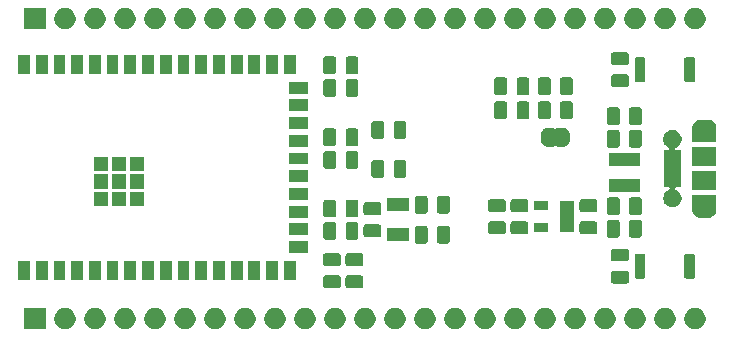
<source format=gbr>
G04 #@! TF.GenerationSoftware,KiCad,Pcbnew,(5.1.5)-3*
G04 #@! TF.CreationDate,2020-03-20T13:34:46+10:00*
G04 #@! TF.ProjectId,ESP32-S2-Breakout,45535033-322d-4533-922d-427265616b6f,rev?*
G04 #@! TF.SameCoordinates,Original*
G04 #@! TF.FileFunction,Soldermask,Top*
G04 #@! TF.FilePolarity,Negative*
%FSLAX46Y46*%
G04 Gerber Fmt 4.6, Leading zero omitted, Abs format (unit mm)*
G04 Created by KiCad (PCBNEW (5.1.5)-3) date 2020-03-20 13:34:46*
%MOMM*%
%LPD*%
G04 APERTURE LIST*
%ADD10C,0.100000*%
G04 APERTURE END LIST*
D10*
G36*
X120281000Y-112661000D02*
G01*
X118479000Y-112661000D01*
X118479000Y-110859000D01*
X120281000Y-110859000D01*
X120281000Y-112661000D01*
G37*
G36*
X147433512Y-110863927D02*
G01*
X147582812Y-110893624D01*
X147746784Y-110961544D01*
X147894354Y-111060147D01*
X148019853Y-111185646D01*
X148118456Y-111333216D01*
X148186376Y-111497188D01*
X148221000Y-111671259D01*
X148221000Y-111848741D01*
X148186376Y-112022812D01*
X148118456Y-112186784D01*
X148019853Y-112334354D01*
X147894354Y-112459853D01*
X147746784Y-112558456D01*
X147582812Y-112626376D01*
X147433512Y-112656073D01*
X147408742Y-112661000D01*
X147231258Y-112661000D01*
X147206488Y-112656073D01*
X147057188Y-112626376D01*
X146893216Y-112558456D01*
X146745646Y-112459853D01*
X146620147Y-112334354D01*
X146521544Y-112186784D01*
X146453624Y-112022812D01*
X146419000Y-111848741D01*
X146419000Y-111671259D01*
X146453624Y-111497188D01*
X146521544Y-111333216D01*
X146620147Y-111185646D01*
X146745646Y-111060147D01*
X146893216Y-110961544D01*
X147057188Y-110893624D01*
X147206488Y-110863927D01*
X147231258Y-110859000D01*
X147408742Y-110859000D01*
X147433512Y-110863927D01*
G37*
G36*
X175373512Y-110863927D02*
G01*
X175522812Y-110893624D01*
X175686784Y-110961544D01*
X175834354Y-111060147D01*
X175959853Y-111185646D01*
X176058456Y-111333216D01*
X176126376Y-111497188D01*
X176161000Y-111671259D01*
X176161000Y-111848741D01*
X176126376Y-112022812D01*
X176058456Y-112186784D01*
X175959853Y-112334354D01*
X175834354Y-112459853D01*
X175686784Y-112558456D01*
X175522812Y-112626376D01*
X175373512Y-112656073D01*
X175348742Y-112661000D01*
X175171258Y-112661000D01*
X175146488Y-112656073D01*
X174997188Y-112626376D01*
X174833216Y-112558456D01*
X174685646Y-112459853D01*
X174560147Y-112334354D01*
X174461544Y-112186784D01*
X174393624Y-112022812D01*
X174359000Y-111848741D01*
X174359000Y-111671259D01*
X174393624Y-111497188D01*
X174461544Y-111333216D01*
X174560147Y-111185646D01*
X174685646Y-111060147D01*
X174833216Y-110961544D01*
X174997188Y-110893624D01*
X175146488Y-110863927D01*
X175171258Y-110859000D01*
X175348742Y-110859000D01*
X175373512Y-110863927D01*
G37*
G36*
X170293512Y-110863927D02*
G01*
X170442812Y-110893624D01*
X170606784Y-110961544D01*
X170754354Y-111060147D01*
X170879853Y-111185646D01*
X170978456Y-111333216D01*
X171046376Y-111497188D01*
X171081000Y-111671259D01*
X171081000Y-111848741D01*
X171046376Y-112022812D01*
X170978456Y-112186784D01*
X170879853Y-112334354D01*
X170754354Y-112459853D01*
X170606784Y-112558456D01*
X170442812Y-112626376D01*
X170293512Y-112656073D01*
X170268742Y-112661000D01*
X170091258Y-112661000D01*
X170066488Y-112656073D01*
X169917188Y-112626376D01*
X169753216Y-112558456D01*
X169605646Y-112459853D01*
X169480147Y-112334354D01*
X169381544Y-112186784D01*
X169313624Y-112022812D01*
X169279000Y-111848741D01*
X169279000Y-111671259D01*
X169313624Y-111497188D01*
X169381544Y-111333216D01*
X169480147Y-111185646D01*
X169605646Y-111060147D01*
X169753216Y-110961544D01*
X169917188Y-110893624D01*
X170066488Y-110863927D01*
X170091258Y-110859000D01*
X170268742Y-110859000D01*
X170293512Y-110863927D01*
G37*
G36*
X167753512Y-110863927D02*
G01*
X167902812Y-110893624D01*
X168066784Y-110961544D01*
X168214354Y-111060147D01*
X168339853Y-111185646D01*
X168438456Y-111333216D01*
X168506376Y-111497188D01*
X168541000Y-111671259D01*
X168541000Y-111848741D01*
X168506376Y-112022812D01*
X168438456Y-112186784D01*
X168339853Y-112334354D01*
X168214354Y-112459853D01*
X168066784Y-112558456D01*
X167902812Y-112626376D01*
X167753512Y-112656073D01*
X167728742Y-112661000D01*
X167551258Y-112661000D01*
X167526488Y-112656073D01*
X167377188Y-112626376D01*
X167213216Y-112558456D01*
X167065646Y-112459853D01*
X166940147Y-112334354D01*
X166841544Y-112186784D01*
X166773624Y-112022812D01*
X166739000Y-111848741D01*
X166739000Y-111671259D01*
X166773624Y-111497188D01*
X166841544Y-111333216D01*
X166940147Y-111185646D01*
X167065646Y-111060147D01*
X167213216Y-110961544D01*
X167377188Y-110893624D01*
X167526488Y-110863927D01*
X167551258Y-110859000D01*
X167728742Y-110859000D01*
X167753512Y-110863927D01*
G37*
G36*
X165213512Y-110863927D02*
G01*
X165362812Y-110893624D01*
X165526784Y-110961544D01*
X165674354Y-111060147D01*
X165799853Y-111185646D01*
X165898456Y-111333216D01*
X165966376Y-111497188D01*
X166001000Y-111671259D01*
X166001000Y-111848741D01*
X165966376Y-112022812D01*
X165898456Y-112186784D01*
X165799853Y-112334354D01*
X165674354Y-112459853D01*
X165526784Y-112558456D01*
X165362812Y-112626376D01*
X165213512Y-112656073D01*
X165188742Y-112661000D01*
X165011258Y-112661000D01*
X164986488Y-112656073D01*
X164837188Y-112626376D01*
X164673216Y-112558456D01*
X164525646Y-112459853D01*
X164400147Y-112334354D01*
X164301544Y-112186784D01*
X164233624Y-112022812D01*
X164199000Y-111848741D01*
X164199000Y-111671259D01*
X164233624Y-111497188D01*
X164301544Y-111333216D01*
X164400147Y-111185646D01*
X164525646Y-111060147D01*
X164673216Y-110961544D01*
X164837188Y-110893624D01*
X164986488Y-110863927D01*
X165011258Y-110859000D01*
X165188742Y-110859000D01*
X165213512Y-110863927D01*
G37*
G36*
X162673512Y-110863927D02*
G01*
X162822812Y-110893624D01*
X162986784Y-110961544D01*
X163134354Y-111060147D01*
X163259853Y-111185646D01*
X163358456Y-111333216D01*
X163426376Y-111497188D01*
X163461000Y-111671259D01*
X163461000Y-111848741D01*
X163426376Y-112022812D01*
X163358456Y-112186784D01*
X163259853Y-112334354D01*
X163134354Y-112459853D01*
X162986784Y-112558456D01*
X162822812Y-112626376D01*
X162673512Y-112656073D01*
X162648742Y-112661000D01*
X162471258Y-112661000D01*
X162446488Y-112656073D01*
X162297188Y-112626376D01*
X162133216Y-112558456D01*
X161985646Y-112459853D01*
X161860147Y-112334354D01*
X161761544Y-112186784D01*
X161693624Y-112022812D01*
X161659000Y-111848741D01*
X161659000Y-111671259D01*
X161693624Y-111497188D01*
X161761544Y-111333216D01*
X161860147Y-111185646D01*
X161985646Y-111060147D01*
X162133216Y-110961544D01*
X162297188Y-110893624D01*
X162446488Y-110863927D01*
X162471258Y-110859000D01*
X162648742Y-110859000D01*
X162673512Y-110863927D01*
G37*
G36*
X160133512Y-110863927D02*
G01*
X160282812Y-110893624D01*
X160446784Y-110961544D01*
X160594354Y-111060147D01*
X160719853Y-111185646D01*
X160818456Y-111333216D01*
X160886376Y-111497188D01*
X160921000Y-111671259D01*
X160921000Y-111848741D01*
X160886376Y-112022812D01*
X160818456Y-112186784D01*
X160719853Y-112334354D01*
X160594354Y-112459853D01*
X160446784Y-112558456D01*
X160282812Y-112626376D01*
X160133512Y-112656073D01*
X160108742Y-112661000D01*
X159931258Y-112661000D01*
X159906488Y-112656073D01*
X159757188Y-112626376D01*
X159593216Y-112558456D01*
X159445646Y-112459853D01*
X159320147Y-112334354D01*
X159221544Y-112186784D01*
X159153624Y-112022812D01*
X159119000Y-111848741D01*
X159119000Y-111671259D01*
X159153624Y-111497188D01*
X159221544Y-111333216D01*
X159320147Y-111185646D01*
X159445646Y-111060147D01*
X159593216Y-110961544D01*
X159757188Y-110893624D01*
X159906488Y-110863927D01*
X159931258Y-110859000D01*
X160108742Y-110859000D01*
X160133512Y-110863927D01*
G37*
G36*
X157593512Y-110863927D02*
G01*
X157742812Y-110893624D01*
X157906784Y-110961544D01*
X158054354Y-111060147D01*
X158179853Y-111185646D01*
X158278456Y-111333216D01*
X158346376Y-111497188D01*
X158381000Y-111671259D01*
X158381000Y-111848741D01*
X158346376Y-112022812D01*
X158278456Y-112186784D01*
X158179853Y-112334354D01*
X158054354Y-112459853D01*
X157906784Y-112558456D01*
X157742812Y-112626376D01*
X157593512Y-112656073D01*
X157568742Y-112661000D01*
X157391258Y-112661000D01*
X157366488Y-112656073D01*
X157217188Y-112626376D01*
X157053216Y-112558456D01*
X156905646Y-112459853D01*
X156780147Y-112334354D01*
X156681544Y-112186784D01*
X156613624Y-112022812D01*
X156579000Y-111848741D01*
X156579000Y-111671259D01*
X156613624Y-111497188D01*
X156681544Y-111333216D01*
X156780147Y-111185646D01*
X156905646Y-111060147D01*
X157053216Y-110961544D01*
X157217188Y-110893624D01*
X157366488Y-110863927D01*
X157391258Y-110859000D01*
X157568742Y-110859000D01*
X157593512Y-110863927D01*
G37*
G36*
X155053512Y-110863927D02*
G01*
X155202812Y-110893624D01*
X155366784Y-110961544D01*
X155514354Y-111060147D01*
X155639853Y-111185646D01*
X155738456Y-111333216D01*
X155806376Y-111497188D01*
X155841000Y-111671259D01*
X155841000Y-111848741D01*
X155806376Y-112022812D01*
X155738456Y-112186784D01*
X155639853Y-112334354D01*
X155514354Y-112459853D01*
X155366784Y-112558456D01*
X155202812Y-112626376D01*
X155053512Y-112656073D01*
X155028742Y-112661000D01*
X154851258Y-112661000D01*
X154826488Y-112656073D01*
X154677188Y-112626376D01*
X154513216Y-112558456D01*
X154365646Y-112459853D01*
X154240147Y-112334354D01*
X154141544Y-112186784D01*
X154073624Y-112022812D01*
X154039000Y-111848741D01*
X154039000Y-111671259D01*
X154073624Y-111497188D01*
X154141544Y-111333216D01*
X154240147Y-111185646D01*
X154365646Y-111060147D01*
X154513216Y-110961544D01*
X154677188Y-110893624D01*
X154826488Y-110863927D01*
X154851258Y-110859000D01*
X155028742Y-110859000D01*
X155053512Y-110863927D01*
G37*
G36*
X152513512Y-110863927D02*
G01*
X152662812Y-110893624D01*
X152826784Y-110961544D01*
X152974354Y-111060147D01*
X153099853Y-111185646D01*
X153198456Y-111333216D01*
X153266376Y-111497188D01*
X153301000Y-111671259D01*
X153301000Y-111848741D01*
X153266376Y-112022812D01*
X153198456Y-112186784D01*
X153099853Y-112334354D01*
X152974354Y-112459853D01*
X152826784Y-112558456D01*
X152662812Y-112626376D01*
X152513512Y-112656073D01*
X152488742Y-112661000D01*
X152311258Y-112661000D01*
X152286488Y-112656073D01*
X152137188Y-112626376D01*
X151973216Y-112558456D01*
X151825646Y-112459853D01*
X151700147Y-112334354D01*
X151601544Y-112186784D01*
X151533624Y-112022812D01*
X151499000Y-111848741D01*
X151499000Y-111671259D01*
X151533624Y-111497188D01*
X151601544Y-111333216D01*
X151700147Y-111185646D01*
X151825646Y-111060147D01*
X151973216Y-110961544D01*
X152137188Y-110893624D01*
X152286488Y-110863927D01*
X152311258Y-110859000D01*
X152488742Y-110859000D01*
X152513512Y-110863927D01*
G37*
G36*
X149973512Y-110863927D02*
G01*
X150122812Y-110893624D01*
X150286784Y-110961544D01*
X150434354Y-111060147D01*
X150559853Y-111185646D01*
X150658456Y-111333216D01*
X150726376Y-111497188D01*
X150761000Y-111671259D01*
X150761000Y-111848741D01*
X150726376Y-112022812D01*
X150658456Y-112186784D01*
X150559853Y-112334354D01*
X150434354Y-112459853D01*
X150286784Y-112558456D01*
X150122812Y-112626376D01*
X149973512Y-112656073D01*
X149948742Y-112661000D01*
X149771258Y-112661000D01*
X149746488Y-112656073D01*
X149597188Y-112626376D01*
X149433216Y-112558456D01*
X149285646Y-112459853D01*
X149160147Y-112334354D01*
X149061544Y-112186784D01*
X148993624Y-112022812D01*
X148959000Y-111848741D01*
X148959000Y-111671259D01*
X148993624Y-111497188D01*
X149061544Y-111333216D01*
X149160147Y-111185646D01*
X149285646Y-111060147D01*
X149433216Y-110961544D01*
X149597188Y-110893624D01*
X149746488Y-110863927D01*
X149771258Y-110859000D01*
X149948742Y-110859000D01*
X149973512Y-110863927D01*
G37*
G36*
X144893512Y-110863927D02*
G01*
X145042812Y-110893624D01*
X145206784Y-110961544D01*
X145354354Y-111060147D01*
X145479853Y-111185646D01*
X145578456Y-111333216D01*
X145646376Y-111497188D01*
X145681000Y-111671259D01*
X145681000Y-111848741D01*
X145646376Y-112022812D01*
X145578456Y-112186784D01*
X145479853Y-112334354D01*
X145354354Y-112459853D01*
X145206784Y-112558456D01*
X145042812Y-112626376D01*
X144893512Y-112656073D01*
X144868742Y-112661000D01*
X144691258Y-112661000D01*
X144666488Y-112656073D01*
X144517188Y-112626376D01*
X144353216Y-112558456D01*
X144205646Y-112459853D01*
X144080147Y-112334354D01*
X143981544Y-112186784D01*
X143913624Y-112022812D01*
X143879000Y-111848741D01*
X143879000Y-111671259D01*
X143913624Y-111497188D01*
X143981544Y-111333216D01*
X144080147Y-111185646D01*
X144205646Y-111060147D01*
X144353216Y-110961544D01*
X144517188Y-110893624D01*
X144666488Y-110863927D01*
X144691258Y-110859000D01*
X144868742Y-110859000D01*
X144893512Y-110863927D01*
G37*
G36*
X172833512Y-110863927D02*
G01*
X172982812Y-110893624D01*
X173146784Y-110961544D01*
X173294354Y-111060147D01*
X173419853Y-111185646D01*
X173518456Y-111333216D01*
X173586376Y-111497188D01*
X173621000Y-111671259D01*
X173621000Y-111848741D01*
X173586376Y-112022812D01*
X173518456Y-112186784D01*
X173419853Y-112334354D01*
X173294354Y-112459853D01*
X173146784Y-112558456D01*
X172982812Y-112626376D01*
X172833512Y-112656073D01*
X172808742Y-112661000D01*
X172631258Y-112661000D01*
X172606488Y-112656073D01*
X172457188Y-112626376D01*
X172293216Y-112558456D01*
X172145646Y-112459853D01*
X172020147Y-112334354D01*
X171921544Y-112186784D01*
X171853624Y-112022812D01*
X171819000Y-111848741D01*
X171819000Y-111671259D01*
X171853624Y-111497188D01*
X171921544Y-111333216D01*
X172020147Y-111185646D01*
X172145646Y-111060147D01*
X172293216Y-110961544D01*
X172457188Y-110893624D01*
X172606488Y-110863927D01*
X172631258Y-110859000D01*
X172808742Y-110859000D01*
X172833512Y-110863927D01*
G37*
G36*
X122033512Y-110863927D02*
G01*
X122182812Y-110893624D01*
X122346784Y-110961544D01*
X122494354Y-111060147D01*
X122619853Y-111185646D01*
X122718456Y-111333216D01*
X122786376Y-111497188D01*
X122821000Y-111671259D01*
X122821000Y-111848741D01*
X122786376Y-112022812D01*
X122718456Y-112186784D01*
X122619853Y-112334354D01*
X122494354Y-112459853D01*
X122346784Y-112558456D01*
X122182812Y-112626376D01*
X122033512Y-112656073D01*
X122008742Y-112661000D01*
X121831258Y-112661000D01*
X121806488Y-112656073D01*
X121657188Y-112626376D01*
X121493216Y-112558456D01*
X121345646Y-112459853D01*
X121220147Y-112334354D01*
X121121544Y-112186784D01*
X121053624Y-112022812D01*
X121019000Y-111848741D01*
X121019000Y-111671259D01*
X121053624Y-111497188D01*
X121121544Y-111333216D01*
X121220147Y-111185646D01*
X121345646Y-111060147D01*
X121493216Y-110961544D01*
X121657188Y-110893624D01*
X121806488Y-110863927D01*
X121831258Y-110859000D01*
X122008742Y-110859000D01*
X122033512Y-110863927D01*
G37*
G36*
X124573512Y-110863927D02*
G01*
X124722812Y-110893624D01*
X124886784Y-110961544D01*
X125034354Y-111060147D01*
X125159853Y-111185646D01*
X125258456Y-111333216D01*
X125326376Y-111497188D01*
X125361000Y-111671259D01*
X125361000Y-111848741D01*
X125326376Y-112022812D01*
X125258456Y-112186784D01*
X125159853Y-112334354D01*
X125034354Y-112459853D01*
X124886784Y-112558456D01*
X124722812Y-112626376D01*
X124573512Y-112656073D01*
X124548742Y-112661000D01*
X124371258Y-112661000D01*
X124346488Y-112656073D01*
X124197188Y-112626376D01*
X124033216Y-112558456D01*
X123885646Y-112459853D01*
X123760147Y-112334354D01*
X123661544Y-112186784D01*
X123593624Y-112022812D01*
X123559000Y-111848741D01*
X123559000Y-111671259D01*
X123593624Y-111497188D01*
X123661544Y-111333216D01*
X123760147Y-111185646D01*
X123885646Y-111060147D01*
X124033216Y-110961544D01*
X124197188Y-110893624D01*
X124346488Y-110863927D01*
X124371258Y-110859000D01*
X124548742Y-110859000D01*
X124573512Y-110863927D01*
G37*
G36*
X127113512Y-110863927D02*
G01*
X127262812Y-110893624D01*
X127426784Y-110961544D01*
X127574354Y-111060147D01*
X127699853Y-111185646D01*
X127798456Y-111333216D01*
X127866376Y-111497188D01*
X127901000Y-111671259D01*
X127901000Y-111848741D01*
X127866376Y-112022812D01*
X127798456Y-112186784D01*
X127699853Y-112334354D01*
X127574354Y-112459853D01*
X127426784Y-112558456D01*
X127262812Y-112626376D01*
X127113512Y-112656073D01*
X127088742Y-112661000D01*
X126911258Y-112661000D01*
X126886488Y-112656073D01*
X126737188Y-112626376D01*
X126573216Y-112558456D01*
X126425646Y-112459853D01*
X126300147Y-112334354D01*
X126201544Y-112186784D01*
X126133624Y-112022812D01*
X126099000Y-111848741D01*
X126099000Y-111671259D01*
X126133624Y-111497188D01*
X126201544Y-111333216D01*
X126300147Y-111185646D01*
X126425646Y-111060147D01*
X126573216Y-110961544D01*
X126737188Y-110893624D01*
X126886488Y-110863927D01*
X126911258Y-110859000D01*
X127088742Y-110859000D01*
X127113512Y-110863927D01*
G37*
G36*
X129653512Y-110863927D02*
G01*
X129802812Y-110893624D01*
X129966784Y-110961544D01*
X130114354Y-111060147D01*
X130239853Y-111185646D01*
X130338456Y-111333216D01*
X130406376Y-111497188D01*
X130441000Y-111671259D01*
X130441000Y-111848741D01*
X130406376Y-112022812D01*
X130338456Y-112186784D01*
X130239853Y-112334354D01*
X130114354Y-112459853D01*
X129966784Y-112558456D01*
X129802812Y-112626376D01*
X129653512Y-112656073D01*
X129628742Y-112661000D01*
X129451258Y-112661000D01*
X129426488Y-112656073D01*
X129277188Y-112626376D01*
X129113216Y-112558456D01*
X128965646Y-112459853D01*
X128840147Y-112334354D01*
X128741544Y-112186784D01*
X128673624Y-112022812D01*
X128639000Y-111848741D01*
X128639000Y-111671259D01*
X128673624Y-111497188D01*
X128741544Y-111333216D01*
X128840147Y-111185646D01*
X128965646Y-111060147D01*
X129113216Y-110961544D01*
X129277188Y-110893624D01*
X129426488Y-110863927D01*
X129451258Y-110859000D01*
X129628742Y-110859000D01*
X129653512Y-110863927D01*
G37*
G36*
X134733512Y-110863927D02*
G01*
X134882812Y-110893624D01*
X135046784Y-110961544D01*
X135194354Y-111060147D01*
X135319853Y-111185646D01*
X135418456Y-111333216D01*
X135486376Y-111497188D01*
X135521000Y-111671259D01*
X135521000Y-111848741D01*
X135486376Y-112022812D01*
X135418456Y-112186784D01*
X135319853Y-112334354D01*
X135194354Y-112459853D01*
X135046784Y-112558456D01*
X134882812Y-112626376D01*
X134733512Y-112656073D01*
X134708742Y-112661000D01*
X134531258Y-112661000D01*
X134506488Y-112656073D01*
X134357188Y-112626376D01*
X134193216Y-112558456D01*
X134045646Y-112459853D01*
X133920147Y-112334354D01*
X133821544Y-112186784D01*
X133753624Y-112022812D01*
X133719000Y-111848741D01*
X133719000Y-111671259D01*
X133753624Y-111497188D01*
X133821544Y-111333216D01*
X133920147Y-111185646D01*
X134045646Y-111060147D01*
X134193216Y-110961544D01*
X134357188Y-110893624D01*
X134506488Y-110863927D01*
X134531258Y-110859000D01*
X134708742Y-110859000D01*
X134733512Y-110863927D01*
G37*
G36*
X137273512Y-110863927D02*
G01*
X137422812Y-110893624D01*
X137586784Y-110961544D01*
X137734354Y-111060147D01*
X137859853Y-111185646D01*
X137958456Y-111333216D01*
X138026376Y-111497188D01*
X138061000Y-111671259D01*
X138061000Y-111848741D01*
X138026376Y-112022812D01*
X137958456Y-112186784D01*
X137859853Y-112334354D01*
X137734354Y-112459853D01*
X137586784Y-112558456D01*
X137422812Y-112626376D01*
X137273512Y-112656073D01*
X137248742Y-112661000D01*
X137071258Y-112661000D01*
X137046488Y-112656073D01*
X136897188Y-112626376D01*
X136733216Y-112558456D01*
X136585646Y-112459853D01*
X136460147Y-112334354D01*
X136361544Y-112186784D01*
X136293624Y-112022812D01*
X136259000Y-111848741D01*
X136259000Y-111671259D01*
X136293624Y-111497188D01*
X136361544Y-111333216D01*
X136460147Y-111185646D01*
X136585646Y-111060147D01*
X136733216Y-110961544D01*
X136897188Y-110893624D01*
X137046488Y-110863927D01*
X137071258Y-110859000D01*
X137248742Y-110859000D01*
X137273512Y-110863927D01*
G37*
G36*
X139813512Y-110863927D02*
G01*
X139962812Y-110893624D01*
X140126784Y-110961544D01*
X140274354Y-111060147D01*
X140399853Y-111185646D01*
X140498456Y-111333216D01*
X140566376Y-111497188D01*
X140601000Y-111671259D01*
X140601000Y-111848741D01*
X140566376Y-112022812D01*
X140498456Y-112186784D01*
X140399853Y-112334354D01*
X140274354Y-112459853D01*
X140126784Y-112558456D01*
X139962812Y-112626376D01*
X139813512Y-112656073D01*
X139788742Y-112661000D01*
X139611258Y-112661000D01*
X139586488Y-112656073D01*
X139437188Y-112626376D01*
X139273216Y-112558456D01*
X139125646Y-112459853D01*
X139000147Y-112334354D01*
X138901544Y-112186784D01*
X138833624Y-112022812D01*
X138799000Y-111848741D01*
X138799000Y-111671259D01*
X138833624Y-111497188D01*
X138901544Y-111333216D01*
X139000147Y-111185646D01*
X139125646Y-111060147D01*
X139273216Y-110961544D01*
X139437188Y-110893624D01*
X139586488Y-110863927D01*
X139611258Y-110859000D01*
X139788742Y-110859000D01*
X139813512Y-110863927D01*
G37*
G36*
X142353512Y-110863927D02*
G01*
X142502812Y-110893624D01*
X142666784Y-110961544D01*
X142814354Y-111060147D01*
X142939853Y-111185646D01*
X143038456Y-111333216D01*
X143106376Y-111497188D01*
X143141000Y-111671259D01*
X143141000Y-111848741D01*
X143106376Y-112022812D01*
X143038456Y-112186784D01*
X142939853Y-112334354D01*
X142814354Y-112459853D01*
X142666784Y-112558456D01*
X142502812Y-112626376D01*
X142353512Y-112656073D01*
X142328742Y-112661000D01*
X142151258Y-112661000D01*
X142126488Y-112656073D01*
X141977188Y-112626376D01*
X141813216Y-112558456D01*
X141665646Y-112459853D01*
X141540147Y-112334354D01*
X141441544Y-112186784D01*
X141373624Y-112022812D01*
X141339000Y-111848741D01*
X141339000Y-111671259D01*
X141373624Y-111497188D01*
X141441544Y-111333216D01*
X141540147Y-111185646D01*
X141665646Y-111060147D01*
X141813216Y-110961544D01*
X141977188Y-110893624D01*
X142126488Y-110863927D01*
X142151258Y-110859000D01*
X142328742Y-110859000D01*
X142353512Y-110863927D01*
G37*
G36*
X132193512Y-110863927D02*
G01*
X132342812Y-110893624D01*
X132506784Y-110961544D01*
X132654354Y-111060147D01*
X132779853Y-111185646D01*
X132878456Y-111333216D01*
X132946376Y-111497188D01*
X132981000Y-111671259D01*
X132981000Y-111848741D01*
X132946376Y-112022812D01*
X132878456Y-112186784D01*
X132779853Y-112334354D01*
X132654354Y-112459853D01*
X132506784Y-112558456D01*
X132342812Y-112626376D01*
X132193512Y-112656073D01*
X132168742Y-112661000D01*
X131991258Y-112661000D01*
X131966488Y-112656073D01*
X131817188Y-112626376D01*
X131653216Y-112558456D01*
X131505646Y-112459853D01*
X131380147Y-112334354D01*
X131281544Y-112186784D01*
X131213624Y-112022812D01*
X131179000Y-111848741D01*
X131179000Y-111671259D01*
X131213624Y-111497188D01*
X131281544Y-111333216D01*
X131380147Y-111185646D01*
X131505646Y-111060147D01*
X131653216Y-110961544D01*
X131817188Y-110893624D01*
X131966488Y-110863927D01*
X131991258Y-110859000D01*
X132168742Y-110859000D01*
X132193512Y-110863927D01*
G37*
G36*
X147015468Y-108099565D02*
G01*
X147054138Y-108111296D01*
X147089777Y-108130346D01*
X147121017Y-108155983D01*
X147146654Y-108187223D01*
X147165704Y-108222862D01*
X147177435Y-108261532D01*
X147182000Y-108307888D01*
X147182000Y-108959112D01*
X147177435Y-109005468D01*
X147165704Y-109044138D01*
X147146654Y-109079777D01*
X147121017Y-109111017D01*
X147089777Y-109136654D01*
X147054138Y-109155704D01*
X147015468Y-109167435D01*
X146969112Y-109172000D01*
X145892888Y-109172000D01*
X145846532Y-109167435D01*
X145807862Y-109155704D01*
X145772223Y-109136654D01*
X145740983Y-109111017D01*
X145715346Y-109079777D01*
X145696296Y-109044138D01*
X145684565Y-109005468D01*
X145680000Y-108959112D01*
X145680000Y-108307888D01*
X145684565Y-108261532D01*
X145696296Y-108222862D01*
X145715346Y-108187223D01*
X145740983Y-108155983D01*
X145772223Y-108130346D01*
X145807862Y-108111296D01*
X145846532Y-108099565D01*
X145892888Y-108095000D01*
X146969112Y-108095000D01*
X147015468Y-108099565D01*
G37*
G36*
X145110468Y-108099565D02*
G01*
X145149138Y-108111296D01*
X145184777Y-108130346D01*
X145216017Y-108155983D01*
X145241654Y-108187223D01*
X145260704Y-108222862D01*
X145272435Y-108261532D01*
X145277000Y-108307888D01*
X145277000Y-108959112D01*
X145272435Y-109005468D01*
X145260704Y-109044138D01*
X145241654Y-109079777D01*
X145216017Y-109111017D01*
X145184777Y-109136654D01*
X145149138Y-109155704D01*
X145110468Y-109167435D01*
X145064112Y-109172000D01*
X143987888Y-109172000D01*
X143941532Y-109167435D01*
X143902862Y-109155704D01*
X143867223Y-109136654D01*
X143835983Y-109111017D01*
X143810346Y-109079777D01*
X143791296Y-109044138D01*
X143779565Y-109005468D01*
X143775000Y-108959112D01*
X143775000Y-108307888D01*
X143779565Y-108261532D01*
X143791296Y-108222862D01*
X143810346Y-108187223D01*
X143835983Y-108155983D01*
X143867223Y-108130346D01*
X143902862Y-108111296D01*
X143941532Y-108099565D01*
X143987888Y-108095000D01*
X145064112Y-108095000D01*
X145110468Y-108099565D01*
G37*
G36*
X169494468Y-107718565D02*
G01*
X169533138Y-107730296D01*
X169568777Y-107749346D01*
X169600017Y-107774983D01*
X169625654Y-107806223D01*
X169644704Y-107841862D01*
X169656435Y-107880532D01*
X169661000Y-107926888D01*
X169661000Y-108578112D01*
X169656435Y-108624468D01*
X169644704Y-108663138D01*
X169625654Y-108698777D01*
X169600017Y-108730017D01*
X169568777Y-108755654D01*
X169533138Y-108774704D01*
X169494468Y-108786435D01*
X169448112Y-108791000D01*
X168371888Y-108791000D01*
X168325532Y-108786435D01*
X168286862Y-108774704D01*
X168251223Y-108755654D01*
X168219983Y-108730017D01*
X168194346Y-108698777D01*
X168175296Y-108663138D01*
X168163565Y-108624468D01*
X168159000Y-108578112D01*
X168159000Y-107926888D01*
X168163565Y-107880532D01*
X168175296Y-107841862D01*
X168194346Y-107806223D01*
X168219983Y-107774983D01*
X168251223Y-107749346D01*
X168286862Y-107730296D01*
X168325532Y-107718565D01*
X168371888Y-107714000D01*
X169448112Y-107714000D01*
X169494468Y-107718565D01*
G37*
G36*
X132461000Y-108501000D02*
G01*
X131459000Y-108501000D01*
X131459000Y-106899000D01*
X132461000Y-106899000D01*
X132461000Y-108501000D01*
G37*
G36*
X120461000Y-108501000D02*
G01*
X119459000Y-108501000D01*
X119459000Y-106899000D01*
X120461000Y-106899000D01*
X120461000Y-108501000D01*
G37*
G36*
X121961000Y-108501000D02*
G01*
X120959000Y-108501000D01*
X120959000Y-106899000D01*
X121961000Y-106899000D01*
X121961000Y-108501000D01*
G37*
G36*
X123461000Y-108501000D02*
G01*
X122459000Y-108501000D01*
X122459000Y-106899000D01*
X123461000Y-106899000D01*
X123461000Y-108501000D01*
G37*
G36*
X124961000Y-108501000D02*
G01*
X123959000Y-108501000D01*
X123959000Y-106899000D01*
X124961000Y-106899000D01*
X124961000Y-108501000D01*
G37*
G36*
X126461000Y-108501000D02*
G01*
X125459000Y-108501000D01*
X125459000Y-106899000D01*
X126461000Y-106899000D01*
X126461000Y-108501000D01*
G37*
G36*
X127961000Y-108501000D02*
G01*
X126959000Y-108501000D01*
X126959000Y-106899000D01*
X127961000Y-106899000D01*
X127961000Y-108501000D01*
G37*
G36*
X129461000Y-108501000D02*
G01*
X128459000Y-108501000D01*
X128459000Y-106899000D01*
X129461000Y-106899000D01*
X129461000Y-108501000D01*
G37*
G36*
X130961000Y-108501000D02*
G01*
X129959000Y-108501000D01*
X129959000Y-106899000D01*
X130961000Y-106899000D01*
X130961000Y-108501000D01*
G37*
G36*
X133961000Y-108501000D02*
G01*
X132959000Y-108501000D01*
X132959000Y-106899000D01*
X133961000Y-106899000D01*
X133961000Y-108501000D01*
G37*
G36*
X135461000Y-108501000D02*
G01*
X134459000Y-108501000D01*
X134459000Y-106899000D01*
X135461000Y-106899000D01*
X135461000Y-108501000D01*
G37*
G36*
X136961000Y-108501000D02*
G01*
X135959000Y-108501000D01*
X135959000Y-106899000D01*
X136961000Y-106899000D01*
X136961000Y-108501000D01*
G37*
G36*
X138461000Y-108501000D02*
G01*
X137459000Y-108501000D01*
X137459000Y-106899000D01*
X138461000Y-106899000D01*
X138461000Y-108501000D01*
G37*
G36*
X141461000Y-108501000D02*
G01*
X140459000Y-108501000D01*
X140459000Y-106899000D01*
X141461000Y-106899000D01*
X141461000Y-108501000D01*
G37*
G36*
X139961000Y-108501000D02*
G01*
X138959000Y-108501000D01*
X138959000Y-106899000D01*
X139961000Y-106899000D01*
X139961000Y-108501000D01*
G37*
G36*
X118961000Y-108501000D02*
G01*
X117959000Y-108501000D01*
X117959000Y-106899000D01*
X118961000Y-106899000D01*
X118961000Y-108501000D01*
G37*
G36*
X175139683Y-106267725D02*
G01*
X175170143Y-106276966D01*
X175198223Y-106291974D01*
X175222831Y-106312169D01*
X175243026Y-106336777D01*
X175258034Y-106364857D01*
X175267275Y-106395317D01*
X175271000Y-106433140D01*
X175271000Y-108196860D01*
X175267275Y-108234683D01*
X175258034Y-108265143D01*
X175243026Y-108293223D01*
X175222831Y-108317831D01*
X175198223Y-108338026D01*
X175170143Y-108353034D01*
X175139683Y-108362275D01*
X175101860Y-108366000D01*
X174538140Y-108366000D01*
X174500317Y-108362275D01*
X174469857Y-108353034D01*
X174441777Y-108338026D01*
X174417169Y-108317831D01*
X174396974Y-108293223D01*
X174381966Y-108265143D01*
X174372725Y-108234683D01*
X174369000Y-108196860D01*
X174369000Y-106433140D01*
X174372725Y-106395317D01*
X174381966Y-106364857D01*
X174396974Y-106336777D01*
X174417169Y-106312169D01*
X174441777Y-106291974D01*
X174469857Y-106276966D01*
X174500317Y-106267725D01*
X174538140Y-106264000D01*
X175101860Y-106264000D01*
X175139683Y-106267725D01*
G37*
G36*
X170939683Y-106267725D02*
G01*
X170970143Y-106276966D01*
X170998223Y-106291974D01*
X171022831Y-106312169D01*
X171043026Y-106336777D01*
X171058034Y-106364857D01*
X171067275Y-106395317D01*
X171071000Y-106433140D01*
X171071000Y-108196860D01*
X171067275Y-108234683D01*
X171058034Y-108265143D01*
X171043026Y-108293223D01*
X171022831Y-108317831D01*
X170998223Y-108338026D01*
X170970143Y-108353034D01*
X170939683Y-108362275D01*
X170901860Y-108366000D01*
X170338140Y-108366000D01*
X170300317Y-108362275D01*
X170269857Y-108353034D01*
X170241777Y-108338026D01*
X170217169Y-108317831D01*
X170196974Y-108293223D01*
X170181966Y-108265143D01*
X170172725Y-108234683D01*
X170169000Y-108196860D01*
X170169000Y-106433140D01*
X170172725Y-106395317D01*
X170181966Y-106364857D01*
X170196974Y-106336777D01*
X170217169Y-106312169D01*
X170241777Y-106291974D01*
X170269857Y-106276966D01*
X170300317Y-106267725D01*
X170338140Y-106264000D01*
X170901860Y-106264000D01*
X170939683Y-106267725D01*
G37*
G36*
X147015468Y-106224565D02*
G01*
X147054138Y-106236296D01*
X147089777Y-106255346D01*
X147121017Y-106280983D01*
X147146654Y-106312223D01*
X147165704Y-106347862D01*
X147177435Y-106386532D01*
X147182000Y-106432888D01*
X147182000Y-107084112D01*
X147177435Y-107130468D01*
X147165704Y-107169138D01*
X147146654Y-107204777D01*
X147121017Y-107236017D01*
X147089777Y-107261654D01*
X147054138Y-107280704D01*
X147015468Y-107292435D01*
X146969112Y-107297000D01*
X145892888Y-107297000D01*
X145846532Y-107292435D01*
X145807862Y-107280704D01*
X145772223Y-107261654D01*
X145740983Y-107236017D01*
X145715346Y-107204777D01*
X145696296Y-107169138D01*
X145684565Y-107130468D01*
X145680000Y-107084112D01*
X145680000Y-106432888D01*
X145684565Y-106386532D01*
X145696296Y-106347862D01*
X145715346Y-106312223D01*
X145740983Y-106280983D01*
X145772223Y-106255346D01*
X145807862Y-106236296D01*
X145846532Y-106224565D01*
X145892888Y-106220000D01*
X146969112Y-106220000D01*
X147015468Y-106224565D01*
G37*
G36*
X145110468Y-106224565D02*
G01*
X145149138Y-106236296D01*
X145184777Y-106255346D01*
X145216017Y-106280983D01*
X145241654Y-106312223D01*
X145260704Y-106347862D01*
X145272435Y-106386532D01*
X145277000Y-106432888D01*
X145277000Y-107084112D01*
X145272435Y-107130468D01*
X145260704Y-107169138D01*
X145241654Y-107204777D01*
X145216017Y-107236017D01*
X145184777Y-107261654D01*
X145149138Y-107280704D01*
X145110468Y-107292435D01*
X145064112Y-107297000D01*
X143987888Y-107297000D01*
X143941532Y-107292435D01*
X143902862Y-107280704D01*
X143867223Y-107261654D01*
X143835983Y-107236017D01*
X143810346Y-107204777D01*
X143791296Y-107169138D01*
X143779565Y-107130468D01*
X143775000Y-107084112D01*
X143775000Y-106432888D01*
X143779565Y-106386532D01*
X143791296Y-106347862D01*
X143810346Y-106312223D01*
X143835983Y-106280983D01*
X143867223Y-106255346D01*
X143902862Y-106236296D01*
X143941532Y-106224565D01*
X143987888Y-106220000D01*
X145064112Y-106220000D01*
X145110468Y-106224565D01*
G37*
G36*
X169494468Y-105843565D02*
G01*
X169533138Y-105855296D01*
X169568777Y-105874346D01*
X169600017Y-105899983D01*
X169625654Y-105931223D01*
X169644704Y-105966862D01*
X169656435Y-106005532D01*
X169661000Y-106051888D01*
X169661000Y-106703112D01*
X169656435Y-106749468D01*
X169644704Y-106788138D01*
X169625654Y-106823777D01*
X169600017Y-106855017D01*
X169568777Y-106880654D01*
X169533138Y-106899704D01*
X169494468Y-106911435D01*
X169448112Y-106916000D01*
X168371888Y-106916000D01*
X168325532Y-106911435D01*
X168286862Y-106899704D01*
X168251223Y-106880654D01*
X168219983Y-106855017D01*
X168194346Y-106823777D01*
X168175296Y-106788138D01*
X168163565Y-106749468D01*
X168159000Y-106703112D01*
X168159000Y-106051888D01*
X168163565Y-106005532D01*
X168175296Y-105966862D01*
X168194346Y-105931223D01*
X168219983Y-105899983D01*
X168251223Y-105874346D01*
X168286862Y-105855296D01*
X168325532Y-105843565D01*
X168371888Y-105839000D01*
X169448112Y-105839000D01*
X169494468Y-105843565D01*
G37*
G36*
X142511000Y-106201000D02*
G01*
X140909000Y-106201000D01*
X140909000Y-105199000D01*
X142511000Y-105199000D01*
X142511000Y-106201000D01*
G37*
G36*
X154344468Y-103901565D02*
G01*
X154383138Y-103913296D01*
X154418777Y-103932346D01*
X154450017Y-103957983D01*
X154475654Y-103989223D01*
X154494704Y-104024862D01*
X154506435Y-104063532D01*
X154511000Y-104109888D01*
X154511000Y-105186112D01*
X154506435Y-105232468D01*
X154494704Y-105271138D01*
X154475654Y-105306777D01*
X154450017Y-105338017D01*
X154418777Y-105363654D01*
X154383138Y-105382704D01*
X154344468Y-105394435D01*
X154298112Y-105399000D01*
X153646888Y-105399000D01*
X153600532Y-105394435D01*
X153561862Y-105382704D01*
X153526223Y-105363654D01*
X153494983Y-105338017D01*
X153469346Y-105306777D01*
X153450296Y-105271138D01*
X153438565Y-105232468D01*
X153434000Y-105186112D01*
X153434000Y-104109888D01*
X153438565Y-104063532D01*
X153450296Y-104024862D01*
X153469346Y-103989223D01*
X153494983Y-103957983D01*
X153526223Y-103932346D01*
X153561862Y-103913296D01*
X153600532Y-103901565D01*
X153646888Y-103897000D01*
X154298112Y-103897000D01*
X154344468Y-103901565D01*
G37*
G36*
X152469468Y-103901565D02*
G01*
X152508138Y-103913296D01*
X152543777Y-103932346D01*
X152575017Y-103957983D01*
X152600654Y-103989223D01*
X152619704Y-104024862D01*
X152631435Y-104063532D01*
X152636000Y-104109888D01*
X152636000Y-105186112D01*
X152631435Y-105232468D01*
X152619704Y-105271138D01*
X152600654Y-105306777D01*
X152575017Y-105338017D01*
X152543777Y-105363654D01*
X152508138Y-105382704D01*
X152469468Y-105394435D01*
X152423112Y-105399000D01*
X151771888Y-105399000D01*
X151725532Y-105394435D01*
X151686862Y-105382704D01*
X151651223Y-105363654D01*
X151619983Y-105338017D01*
X151594346Y-105306777D01*
X151575296Y-105271138D01*
X151563565Y-105232468D01*
X151559000Y-105186112D01*
X151559000Y-104109888D01*
X151563565Y-104063532D01*
X151575296Y-104024862D01*
X151594346Y-103989223D01*
X151619983Y-103957983D01*
X151651223Y-103932346D01*
X151686862Y-103913296D01*
X151725532Y-103901565D01*
X151771888Y-103897000D01*
X152423112Y-103897000D01*
X152469468Y-103901565D01*
G37*
G36*
X151065000Y-105179000D02*
G01*
X149163000Y-105179000D01*
X149163000Y-104077000D01*
X151065000Y-104077000D01*
X151065000Y-105179000D01*
G37*
G36*
X144722468Y-103584065D02*
G01*
X144761138Y-103595796D01*
X144796777Y-103614846D01*
X144828017Y-103640483D01*
X144853654Y-103671723D01*
X144872704Y-103707362D01*
X144884435Y-103746032D01*
X144889000Y-103792388D01*
X144889000Y-104868612D01*
X144884435Y-104914968D01*
X144872704Y-104953638D01*
X144853654Y-104989277D01*
X144828017Y-105020517D01*
X144796777Y-105046154D01*
X144761138Y-105065204D01*
X144722468Y-105076935D01*
X144676112Y-105081500D01*
X144024888Y-105081500D01*
X143978532Y-105076935D01*
X143939862Y-105065204D01*
X143904223Y-105046154D01*
X143872983Y-105020517D01*
X143847346Y-104989277D01*
X143828296Y-104953638D01*
X143816565Y-104914968D01*
X143812000Y-104868612D01*
X143812000Y-103792388D01*
X143816565Y-103746032D01*
X143828296Y-103707362D01*
X143847346Y-103671723D01*
X143872983Y-103640483D01*
X143904223Y-103614846D01*
X143939862Y-103595796D01*
X143978532Y-103584065D01*
X144024888Y-103579500D01*
X144676112Y-103579500D01*
X144722468Y-103584065D01*
G37*
G36*
X146597468Y-103584065D02*
G01*
X146636138Y-103595796D01*
X146671777Y-103614846D01*
X146703017Y-103640483D01*
X146728654Y-103671723D01*
X146747704Y-103707362D01*
X146759435Y-103746032D01*
X146764000Y-103792388D01*
X146764000Y-104868612D01*
X146759435Y-104914968D01*
X146747704Y-104953638D01*
X146728654Y-104989277D01*
X146703017Y-105020517D01*
X146671777Y-105046154D01*
X146636138Y-105065204D01*
X146597468Y-105076935D01*
X146551112Y-105081500D01*
X145899888Y-105081500D01*
X145853532Y-105076935D01*
X145814862Y-105065204D01*
X145779223Y-105046154D01*
X145747983Y-105020517D01*
X145722346Y-104989277D01*
X145703296Y-104953638D01*
X145691565Y-104914968D01*
X145687000Y-104868612D01*
X145687000Y-103792388D01*
X145691565Y-103746032D01*
X145703296Y-103707362D01*
X145722346Y-103671723D01*
X145747983Y-103640483D01*
X145779223Y-103614846D01*
X145814862Y-103595796D01*
X145853532Y-103584065D01*
X145899888Y-103579500D01*
X146551112Y-103579500D01*
X146597468Y-103584065D01*
G37*
G36*
X168725468Y-103393565D02*
G01*
X168764138Y-103405296D01*
X168799777Y-103424346D01*
X168831017Y-103449983D01*
X168856654Y-103481223D01*
X168875704Y-103516862D01*
X168887435Y-103555532D01*
X168892000Y-103601888D01*
X168892000Y-104678112D01*
X168887435Y-104724468D01*
X168875704Y-104763138D01*
X168856654Y-104798777D01*
X168831017Y-104830017D01*
X168799777Y-104855654D01*
X168764138Y-104874704D01*
X168725468Y-104886435D01*
X168679112Y-104891000D01*
X168027888Y-104891000D01*
X167981532Y-104886435D01*
X167942862Y-104874704D01*
X167907223Y-104855654D01*
X167875983Y-104830017D01*
X167850346Y-104798777D01*
X167831296Y-104763138D01*
X167819565Y-104724468D01*
X167815000Y-104678112D01*
X167815000Y-103601888D01*
X167819565Y-103555532D01*
X167831296Y-103516862D01*
X167850346Y-103481223D01*
X167875983Y-103449983D01*
X167907223Y-103424346D01*
X167942862Y-103405296D01*
X167981532Y-103393565D01*
X168027888Y-103389000D01*
X168679112Y-103389000D01*
X168725468Y-103393565D01*
G37*
G36*
X170600468Y-103393565D02*
G01*
X170639138Y-103405296D01*
X170674777Y-103424346D01*
X170706017Y-103449983D01*
X170731654Y-103481223D01*
X170750704Y-103516862D01*
X170762435Y-103555532D01*
X170767000Y-103601888D01*
X170767000Y-104678112D01*
X170762435Y-104724468D01*
X170750704Y-104763138D01*
X170731654Y-104798777D01*
X170706017Y-104830017D01*
X170674777Y-104855654D01*
X170639138Y-104874704D01*
X170600468Y-104886435D01*
X170554112Y-104891000D01*
X169902888Y-104891000D01*
X169856532Y-104886435D01*
X169817862Y-104874704D01*
X169782223Y-104855654D01*
X169750983Y-104830017D01*
X169725346Y-104798777D01*
X169706296Y-104763138D01*
X169694565Y-104724468D01*
X169690000Y-104678112D01*
X169690000Y-103601888D01*
X169694565Y-103555532D01*
X169706296Y-103516862D01*
X169725346Y-103481223D01*
X169750983Y-103449983D01*
X169782223Y-103424346D01*
X169817862Y-103405296D01*
X169856532Y-103393565D01*
X169902888Y-103389000D01*
X170554112Y-103389000D01*
X170600468Y-103393565D01*
G37*
G36*
X148539468Y-103781565D02*
G01*
X148578138Y-103793296D01*
X148613777Y-103812346D01*
X148645017Y-103837983D01*
X148670654Y-103869223D01*
X148689704Y-103904862D01*
X148701435Y-103943532D01*
X148706000Y-103989888D01*
X148706000Y-104641112D01*
X148701435Y-104687468D01*
X148689704Y-104726138D01*
X148670654Y-104761777D01*
X148645017Y-104793017D01*
X148613777Y-104818654D01*
X148578138Y-104837704D01*
X148539468Y-104849435D01*
X148493112Y-104854000D01*
X147416888Y-104854000D01*
X147370532Y-104849435D01*
X147331862Y-104837704D01*
X147296223Y-104818654D01*
X147264983Y-104793017D01*
X147239346Y-104761777D01*
X147220296Y-104726138D01*
X147208565Y-104687468D01*
X147204000Y-104641112D01*
X147204000Y-103989888D01*
X147208565Y-103943532D01*
X147220296Y-103904862D01*
X147239346Y-103869223D01*
X147264983Y-103837983D01*
X147296223Y-103812346D01*
X147331862Y-103793296D01*
X147370532Y-103781565D01*
X147416888Y-103777000D01*
X148493112Y-103777000D01*
X148539468Y-103781565D01*
G37*
G36*
X142511000Y-104701000D02*
G01*
X140909000Y-104701000D01*
X140909000Y-103699000D01*
X142511000Y-103699000D01*
X142511000Y-104701000D01*
G37*
G36*
X160985468Y-103527565D02*
G01*
X161024138Y-103539296D01*
X161059777Y-103558346D01*
X161091017Y-103583983D01*
X161116654Y-103615223D01*
X161135704Y-103650862D01*
X161147435Y-103689532D01*
X161152000Y-103735888D01*
X161152000Y-104387112D01*
X161147435Y-104433468D01*
X161135704Y-104472138D01*
X161116654Y-104507777D01*
X161091017Y-104539017D01*
X161059777Y-104564654D01*
X161024138Y-104583704D01*
X160985468Y-104595435D01*
X160939112Y-104600000D01*
X159862888Y-104600000D01*
X159816532Y-104595435D01*
X159777862Y-104583704D01*
X159742223Y-104564654D01*
X159710983Y-104539017D01*
X159685346Y-104507777D01*
X159666296Y-104472138D01*
X159654565Y-104433468D01*
X159650000Y-104387112D01*
X159650000Y-103735888D01*
X159654565Y-103689532D01*
X159666296Y-103650862D01*
X159685346Y-103615223D01*
X159710983Y-103583983D01*
X159742223Y-103558346D01*
X159777862Y-103539296D01*
X159816532Y-103527565D01*
X159862888Y-103523000D01*
X160939112Y-103523000D01*
X160985468Y-103527565D01*
G37*
G36*
X159080468Y-103527565D02*
G01*
X159119138Y-103539296D01*
X159154777Y-103558346D01*
X159186017Y-103583983D01*
X159211654Y-103615223D01*
X159230704Y-103650862D01*
X159242435Y-103689532D01*
X159247000Y-103735888D01*
X159247000Y-104387112D01*
X159242435Y-104433468D01*
X159230704Y-104472138D01*
X159211654Y-104507777D01*
X159186017Y-104539017D01*
X159154777Y-104564654D01*
X159119138Y-104583704D01*
X159080468Y-104595435D01*
X159034112Y-104600000D01*
X157957888Y-104600000D01*
X157911532Y-104595435D01*
X157872862Y-104583704D01*
X157837223Y-104564654D01*
X157805983Y-104539017D01*
X157780346Y-104507777D01*
X157761296Y-104472138D01*
X157749565Y-104433468D01*
X157745000Y-104387112D01*
X157745000Y-103735888D01*
X157749565Y-103689532D01*
X157761296Y-103650862D01*
X157780346Y-103615223D01*
X157805983Y-103583983D01*
X157837223Y-103558346D01*
X157872862Y-103539296D01*
X157911532Y-103527565D01*
X157957888Y-103523000D01*
X159034112Y-103523000D01*
X159080468Y-103527565D01*
G37*
G36*
X166827468Y-103527565D02*
G01*
X166866138Y-103539296D01*
X166901777Y-103558346D01*
X166933017Y-103583983D01*
X166958654Y-103615223D01*
X166977704Y-103650862D01*
X166989435Y-103689532D01*
X166994000Y-103735888D01*
X166994000Y-104387112D01*
X166989435Y-104433468D01*
X166977704Y-104472138D01*
X166958654Y-104507777D01*
X166933017Y-104539017D01*
X166901777Y-104564654D01*
X166866138Y-104583704D01*
X166827468Y-104595435D01*
X166781112Y-104600000D01*
X165704888Y-104600000D01*
X165658532Y-104595435D01*
X165619862Y-104583704D01*
X165584223Y-104564654D01*
X165552983Y-104539017D01*
X165527346Y-104507777D01*
X165508296Y-104472138D01*
X165496565Y-104433468D01*
X165492000Y-104387112D01*
X165492000Y-103735888D01*
X165496565Y-103689532D01*
X165508296Y-103650862D01*
X165527346Y-103615223D01*
X165552983Y-103583983D01*
X165584223Y-103558346D01*
X165619862Y-103539296D01*
X165658532Y-103527565D01*
X165704888Y-103523000D01*
X166781112Y-103523000D01*
X166827468Y-103527565D01*
G37*
G36*
X162803000Y-104450000D02*
G01*
X161641000Y-104450000D01*
X161641000Y-103698000D01*
X162803000Y-103698000D01*
X162803000Y-104450000D01*
G37*
G36*
X165003000Y-104450000D02*
G01*
X163841000Y-104450000D01*
X163841000Y-101798000D01*
X165003000Y-101798000D01*
X165003000Y-104450000D01*
G37*
G36*
X177056000Y-102521886D02*
G01*
X177056602Y-102534138D01*
X177059149Y-102560000D01*
X177056602Y-102585862D01*
X177056000Y-102598114D01*
X177056000Y-102671406D01*
X177047043Y-102688164D01*
X177042915Y-102699701D01*
X177036625Y-102720435D01*
X177009354Y-102810336D01*
X176948906Y-102923425D01*
X176867554Y-103022554D01*
X176768425Y-103103906D01*
X176655336Y-103164354D01*
X176632352Y-103171326D01*
X176532618Y-103201580D01*
X176468855Y-103207860D01*
X176436974Y-103211000D01*
X175673026Y-103211000D01*
X175641145Y-103207860D01*
X175577382Y-103201580D01*
X175477648Y-103171326D01*
X175454664Y-103164354D01*
X175341575Y-103103906D01*
X175242446Y-103022554D01*
X175161094Y-102923425D01*
X175100646Y-102810336D01*
X175073375Y-102720435D01*
X175067087Y-102699708D01*
X175057713Y-102677075D01*
X175054000Y-102671518D01*
X175054000Y-102598114D01*
X175053398Y-102585862D01*
X175050851Y-102560000D01*
X175053398Y-102534138D01*
X175054000Y-102521886D01*
X175054000Y-101309000D01*
X177056000Y-101309000D01*
X177056000Y-102521886D01*
G37*
G36*
X142511000Y-103201000D02*
G01*
X140909000Y-103201000D01*
X140909000Y-102199000D01*
X142511000Y-102199000D01*
X142511000Y-103201000D01*
G37*
G36*
X144722468Y-101679065D02*
G01*
X144761138Y-101690796D01*
X144796777Y-101709846D01*
X144828017Y-101735483D01*
X144853654Y-101766723D01*
X144872704Y-101802362D01*
X144884435Y-101841032D01*
X144889000Y-101887388D01*
X144889000Y-102963612D01*
X144884435Y-103009968D01*
X144872704Y-103048638D01*
X144853654Y-103084277D01*
X144828017Y-103115517D01*
X144796777Y-103141154D01*
X144761138Y-103160204D01*
X144722468Y-103171935D01*
X144676112Y-103176500D01*
X144024888Y-103176500D01*
X143978532Y-103171935D01*
X143939862Y-103160204D01*
X143904223Y-103141154D01*
X143872983Y-103115517D01*
X143847346Y-103084277D01*
X143828296Y-103048638D01*
X143816565Y-103009968D01*
X143812000Y-102963612D01*
X143812000Y-101887388D01*
X143816565Y-101841032D01*
X143828296Y-101802362D01*
X143847346Y-101766723D01*
X143872983Y-101735483D01*
X143904223Y-101709846D01*
X143939862Y-101690796D01*
X143978532Y-101679065D01*
X144024888Y-101674500D01*
X144676112Y-101674500D01*
X144722468Y-101679065D01*
G37*
G36*
X146597468Y-101679065D02*
G01*
X146636138Y-101690796D01*
X146671777Y-101709846D01*
X146703017Y-101735483D01*
X146728654Y-101766723D01*
X146747704Y-101802362D01*
X146759435Y-101841032D01*
X146764000Y-101887388D01*
X146764000Y-102963612D01*
X146759435Y-103009968D01*
X146747704Y-103048638D01*
X146728654Y-103084277D01*
X146703017Y-103115517D01*
X146671777Y-103141154D01*
X146636138Y-103160204D01*
X146597468Y-103171935D01*
X146551112Y-103176500D01*
X145899888Y-103176500D01*
X145853532Y-103171935D01*
X145814862Y-103160204D01*
X145779223Y-103141154D01*
X145747983Y-103115517D01*
X145722346Y-103084277D01*
X145703296Y-103048638D01*
X145691565Y-103009968D01*
X145687000Y-102963612D01*
X145687000Y-101887388D01*
X145691565Y-101841032D01*
X145703296Y-101802362D01*
X145722346Y-101766723D01*
X145747983Y-101735483D01*
X145779223Y-101709846D01*
X145814862Y-101690796D01*
X145853532Y-101679065D01*
X145899888Y-101674500D01*
X146551112Y-101674500D01*
X146597468Y-101679065D01*
G37*
G36*
X170600468Y-101488565D02*
G01*
X170639138Y-101500296D01*
X170674777Y-101519346D01*
X170706017Y-101544983D01*
X170731654Y-101576223D01*
X170750704Y-101611862D01*
X170762435Y-101650532D01*
X170767000Y-101696888D01*
X170767000Y-102773112D01*
X170762435Y-102819468D01*
X170750704Y-102858138D01*
X170731654Y-102893777D01*
X170706017Y-102925017D01*
X170674777Y-102950654D01*
X170639138Y-102969704D01*
X170600468Y-102981435D01*
X170554112Y-102986000D01*
X169902888Y-102986000D01*
X169856532Y-102981435D01*
X169817862Y-102969704D01*
X169782223Y-102950654D01*
X169750983Y-102925017D01*
X169725346Y-102893777D01*
X169706296Y-102858138D01*
X169694565Y-102819468D01*
X169690000Y-102773112D01*
X169690000Y-101696888D01*
X169694565Y-101650532D01*
X169706296Y-101611862D01*
X169725346Y-101576223D01*
X169750983Y-101544983D01*
X169782223Y-101519346D01*
X169817862Y-101500296D01*
X169856532Y-101488565D01*
X169902888Y-101484000D01*
X170554112Y-101484000D01*
X170600468Y-101488565D01*
G37*
G36*
X168725468Y-101488565D02*
G01*
X168764138Y-101500296D01*
X168799777Y-101519346D01*
X168831017Y-101544983D01*
X168856654Y-101576223D01*
X168875704Y-101611862D01*
X168887435Y-101650532D01*
X168892000Y-101696888D01*
X168892000Y-102773112D01*
X168887435Y-102819468D01*
X168875704Y-102858138D01*
X168856654Y-102893777D01*
X168831017Y-102925017D01*
X168799777Y-102950654D01*
X168764138Y-102969704D01*
X168725468Y-102981435D01*
X168679112Y-102986000D01*
X168027888Y-102986000D01*
X167981532Y-102981435D01*
X167942862Y-102969704D01*
X167907223Y-102950654D01*
X167875983Y-102925017D01*
X167850346Y-102893777D01*
X167831296Y-102858138D01*
X167819565Y-102819468D01*
X167815000Y-102773112D01*
X167815000Y-101696888D01*
X167819565Y-101650532D01*
X167831296Y-101611862D01*
X167850346Y-101576223D01*
X167875983Y-101544983D01*
X167907223Y-101519346D01*
X167942862Y-101500296D01*
X167981532Y-101488565D01*
X168027888Y-101484000D01*
X168679112Y-101484000D01*
X168725468Y-101488565D01*
G37*
G36*
X148539468Y-101906565D02*
G01*
X148578138Y-101918296D01*
X148613777Y-101937346D01*
X148645017Y-101962983D01*
X148670654Y-101994223D01*
X148689704Y-102029862D01*
X148701435Y-102068532D01*
X148706000Y-102114888D01*
X148706000Y-102766112D01*
X148701435Y-102812468D01*
X148689704Y-102851138D01*
X148670654Y-102886777D01*
X148645017Y-102918017D01*
X148613777Y-102943654D01*
X148578138Y-102962704D01*
X148539468Y-102974435D01*
X148493112Y-102979000D01*
X147416888Y-102979000D01*
X147370532Y-102974435D01*
X147331862Y-102962704D01*
X147296223Y-102943654D01*
X147264983Y-102918017D01*
X147239346Y-102886777D01*
X147220296Y-102851138D01*
X147208565Y-102812468D01*
X147204000Y-102766112D01*
X147204000Y-102114888D01*
X147208565Y-102068532D01*
X147220296Y-102029862D01*
X147239346Y-101994223D01*
X147264983Y-101962983D01*
X147296223Y-101937346D01*
X147331862Y-101918296D01*
X147370532Y-101906565D01*
X147416888Y-101902000D01*
X148493112Y-101902000D01*
X148539468Y-101906565D01*
G37*
G36*
X152469468Y-101361565D02*
G01*
X152508138Y-101373296D01*
X152543777Y-101392346D01*
X152575017Y-101417983D01*
X152600654Y-101449223D01*
X152619704Y-101484862D01*
X152631435Y-101523532D01*
X152636000Y-101569888D01*
X152636000Y-102646112D01*
X152631435Y-102692468D01*
X152619704Y-102731138D01*
X152600654Y-102766777D01*
X152575017Y-102798017D01*
X152543777Y-102823654D01*
X152508138Y-102842704D01*
X152469468Y-102854435D01*
X152423112Y-102859000D01*
X151771888Y-102859000D01*
X151725532Y-102854435D01*
X151686862Y-102842704D01*
X151651223Y-102823654D01*
X151619983Y-102798017D01*
X151594346Y-102766777D01*
X151575296Y-102731138D01*
X151563565Y-102692468D01*
X151559000Y-102646112D01*
X151559000Y-101569888D01*
X151563565Y-101523532D01*
X151575296Y-101484862D01*
X151594346Y-101449223D01*
X151619983Y-101417983D01*
X151651223Y-101392346D01*
X151686862Y-101373296D01*
X151725532Y-101361565D01*
X151771888Y-101357000D01*
X152423112Y-101357000D01*
X152469468Y-101361565D01*
G37*
G36*
X154344468Y-101361565D02*
G01*
X154383138Y-101373296D01*
X154418777Y-101392346D01*
X154450017Y-101417983D01*
X154475654Y-101449223D01*
X154494704Y-101484862D01*
X154506435Y-101523532D01*
X154511000Y-101569888D01*
X154511000Y-102646112D01*
X154506435Y-102692468D01*
X154494704Y-102731138D01*
X154475654Y-102766777D01*
X154450017Y-102798017D01*
X154418777Y-102823654D01*
X154383138Y-102842704D01*
X154344468Y-102854435D01*
X154298112Y-102859000D01*
X153646888Y-102859000D01*
X153600532Y-102854435D01*
X153561862Y-102842704D01*
X153526223Y-102823654D01*
X153494983Y-102798017D01*
X153469346Y-102766777D01*
X153450296Y-102731138D01*
X153438565Y-102692468D01*
X153434000Y-102646112D01*
X153434000Y-101569888D01*
X153438565Y-101523532D01*
X153450296Y-101484862D01*
X153469346Y-101449223D01*
X153494983Y-101417983D01*
X153526223Y-101392346D01*
X153561862Y-101373296D01*
X153600532Y-101361565D01*
X153646888Y-101357000D01*
X154298112Y-101357000D01*
X154344468Y-101361565D01*
G37*
G36*
X159080468Y-101652565D02*
G01*
X159119138Y-101664296D01*
X159154777Y-101683346D01*
X159186017Y-101708983D01*
X159211654Y-101740223D01*
X159230704Y-101775862D01*
X159242435Y-101814532D01*
X159247000Y-101860888D01*
X159247000Y-102512112D01*
X159242435Y-102558468D01*
X159230704Y-102597138D01*
X159211654Y-102632777D01*
X159186017Y-102664017D01*
X159154777Y-102689654D01*
X159119138Y-102708704D01*
X159080468Y-102720435D01*
X159034112Y-102725000D01*
X157957888Y-102725000D01*
X157911532Y-102720435D01*
X157872862Y-102708704D01*
X157837223Y-102689654D01*
X157805983Y-102664017D01*
X157780346Y-102632777D01*
X157761296Y-102597138D01*
X157749565Y-102558468D01*
X157745000Y-102512112D01*
X157745000Y-101860888D01*
X157749565Y-101814532D01*
X157761296Y-101775862D01*
X157780346Y-101740223D01*
X157805983Y-101708983D01*
X157837223Y-101683346D01*
X157872862Y-101664296D01*
X157911532Y-101652565D01*
X157957888Y-101648000D01*
X159034112Y-101648000D01*
X159080468Y-101652565D01*
G37*
G36*
X160985468Y-101652565D02*
G01*
X161024138Y-101664296D01*
X161059777Y-101683346D01*
X161091017Y-101708983D01*
X161116654Y-101740223D01*
X161135704Y-101775862D01*
X161147435Y-101814532D01*
X161152000Y-101860888D01*
X161152000Y-102512112D01*
X161147435Y-102558468D01*
X161135704Y-102597138D01*
X161116654Y-102632777D01*
X161091017Y-102664017D01*
X161059777Y-102689654D01*
X161024138Y-102708704D01*
X160985468Y-102720435D01*
X160939112Y-102725000D01*
X159862888Y-102725000D01*
X159816532Y-102720435D01*
X159777862Y-102708704D01*
X159742223Y-102689654D01*
X159710983Y-102664017D01*
X159685346Y-102632777D01*
X159666296Y-102597138D01*
X159654565Y-102558468D01*
X159650000Y-102512112D01*
X159650000Y-101860888D01*
X159654565Y-101814532D01*
X159666296Y-101775862D01*
X159685346Y-101740223D01*
X159710983Y-101708983D01*
X159742223Y-101683346D01*
X159777862Y-101664296D01*
X159816532Y-101652565D01*
X159862888Y-101648000D01*
X160939112Y-101648000D01*
X160985468Y-101652565D01*
G37*
G36*
X166827468Y-101652565D02*
G01*
X166866138Y-101664296D01*
X166901777Y-101683346D01*
X166933017Y-101708983D01*
X166958654Y-101740223D01*
X166977704Y-101775862D01*
X166989435Y-101814532D01*
X166994000Y-101860888D01*
X166994000Y-102512112D01*
X166989435Y-102558468D01*
X166977704Y-102597138D01*
X166958654Y-102632777D01*
X166933017Y-102664017D01*
X166901777Y-102689654D01*
X166866138Y-102708704D01*
X166827468Y-102720435D01*
X166781112Y-102725000D01*
X165704888Y-102725000D01*
X165658532Y-102720435D01*
X165619862Y-102708704D01*
X165584223Y-102689654D01*
X165552983Y-102664017D01*
X165527346Y-102632777D01*
X165508296Y-102597138D01*
X165496565Y-102558468D01*
X165492000Y-102512112D01*
X165492000Y-101860888D01*
X165496565Y-101814532D01*
X165508296Y-101775862D01*
X165527346Y-101740223D01*
X165552983Y-101708983D01*
X165584223Y-101683346D01*
X165619862Y-101664296D01*
X165658532Y-101652565D01*
X165704888Y-101648000D01*
X166781112Y-101648000D01*
X166827468Y-101652565D01*
G37*
G36*
X151065000Y-102679000D02*
G01*
X149163000Y-102679000D01*
X149163000Y-101577000D01*
X151065000Y-101577000D01*
X151065000Y-102679000D01*
G37*
G36*
X162803000Y-102550000D02*
G01*
X161641000Y-102550000D01*
X161641000Y-101798000D01*
X162803000Y-101798000D01*
X162803000Y-102550000D01*
G37*
G36*
X173581348Y-95813820D02*
G01*
X173581350Y-95813821D01*
X173581351Y-95813821D01*
X173722574Y-95872317D01*
X173722577Y-95872319D01*
X173849669Y-95957239D01*
X173957761Y-96065331D01*
X174042681Y-96192423D01*
X174042683Y-96192426D01*
X174101179Y-96333649D01*
X174101180Y-96333652D01*
X174131000Y-96483569D01*
X174131000Y-96636431D01*
X174116735Y-96708149D01*
X174101179Y-96786351D01*
X174042683Y-96927574D01*
X174042681Y-96927577D01*
X173957761Y-97054669D01*
X173849669Y-97162761D01*
X173801641Y-97194852D01*
X173722574Y-97247683D01*
X173672272Y-97268519D01*
X173650664Y-97280068D01*
X173631722Y-97295614D01*
X173616177Y-97314556D01*
X173604626Y-97336166D01*
X173597513Y-97359615D01*
X173595111Y-97384001D01*
X173597513Y-97408387D01*
X173604626Y-97431836D01*
X173616177Y-97453447D01*
X173631723Y-97472389D01*
X173650665Y-97487934D01*
X173672275Y-97499485D01*
X173695724Y-97506598D01*
X173720110Y-97509000D01*
X174081000Y-97509000D01*
X174081000Y-100611000D01*
X173720110Y-100611000D01*
X173695724Y-100613402D01*
X173672275Y-100620515D01*
X173650664Y-100632066D01*
X173631722Y-100647611D01*
X173616177Y-100666553D01*
X173604626Y-100688164D01*
X173597513Y-100711613D01*
X173595111Y-100735999D01*
X173597513Y-100760385D01*
X173604626Y-100783834D01*
X173616177Y-100805445D01*
X173631722Y-100824387D01*
X173650664Y-100839932D01*
X173672272Y-100851481D01*
X173722574Y-100872317D01*
X173722575Y-100872318D01*
X173849669Y-100957239D01*
X173957761Y-101065331D01*
X174042681Y-101192423D01*
X174042683Y-101192426D01*
X174090969Y-101309000D01*
X174101180Y-101333652D01*
X174131000Y-101483569D01*
X174131000Y-101636431D01*
X174103266Y-101775862D01*
X174101179Y-101786351D01*
X174042683Y-101927574D01*
X174042681Y-101927577D01*
X173957761Y-102054669D01*
X173849669Y-102162761D01*
X173799064Y-102196574D01*
X173722574Y-102247683D01*
X173581351Y-102306179D01*
X173581350Y-102306179D01*
X173581348Y-102306180D01*
X173431431Y-102336000D01*
X173278569Y-102336000D01*
X173128652Y-102306180D01*
X173128650Y-102306179D01*
X173128649Y-102306179D01*
X172987426Y-102247683D01*
X172910936Y-102196574D01*
X172860331Y-102162761D01*
X172752239Y-102054669D01*
X172667319Y-101927577D01*
X172667317Y-101927574D01*
X172608821Y-101786351D01*
X172606735Y-101775862D01*
X172579000Y-101636431D01*
X172579000Y-101483569D01*
X172608820Y-101333652D01*
X172619031Y-101309000D01*
X172667317Y-101192426D01*
X172667319Y-101192423D01*
X172752239Y-101065331D01*
X172860331Y-100957239D01*
X172987425Y-100872318D01*
X172987426Y-100872317D01*
X173037728Y-100851481D01*
X173059336Y-100839932D01*
X173078278Y-100824386D01*
X173093823Y-100805444D01*
X173105374Y-100783834D01*
X173112487Y-100760385D01*
X173114889Y-100735999D01*
X173112487Y-100711613D01*
X173105374Y-100688164D01*
X173093823Y-100666553D01*
X173078277Y-100647611D01*
X173059335Y-100632066D01*
X173037725Y-100620515D01*
X173014276Y-100613402D01*
X172989890Y-100611000D01*
X172629000Y-100611000D01*
X172629000Y-97509000D01*
X172989890Y-97509000D01*
X173014276Y-97506598D01*
X173037725Y-97499485D01*
X173059336Y-97487934D01*
X173078278Y-97472389D01*
X173093823Y-97453447D01*
X173105374Y-97431836D01*
X173112487Y-97408387D01*
X173114889Y-97384001D01*
X173112487Y-97359615D01*
X173105374Y-97336166D01*
X173093823Y-97314555D01*
X173078278Y-97295613D01*
X173059336Y-97280068D01*
X173037728Y-97268519D01*
X172987426Y-97247683D01*
X172908359Y-97194852D01*
X172860331Y-97162761D01*
X172752239Y-97054669D01*
X172667319Y-96927577D01*
X172667317Y-96927574D01*
X172608821Y-96786351D01*
X172593266Y-96708149D01*
X172579000Y-96636431D01*
X172579000Y-96483569D01*
X172608820Y-96333652D01*
X172608821Y-96333649D01*
X172667317Y-96192426D01*
X172667319Y-96192423D01*
X172752239Y-96065331D01*
X172860331Y-95957239D01*
X172987423Y-95872319D01*
X172987426Y-95872317D01*
X173128649Y-95813821D01*
X173128650Y-95813821D01*
X173128652Y-95813820D01*
X173278569Y-95784000D01*
X173431431Y-95784000D01*
X173581348Y-95813820D01*
G37*
G36*
X127111000Y-102241000D02*
G01*
X125909000Y-102241000D01*
X125909000Y-101039000D01*
X127111000Y-101039000D01*
X127111000Y-102241000D01*
G37*
G36*
X128611000Y-102241000D02*
G01*
X127409000Y-102241000D01*
X127409000Y-101039000D01*
X128611000Y-101039000D01*
X128611000Y-102241000D01*
G37*
G36*
X125611000Y-102241000D02*
G01*
X124409000Y-102241000D01*
X124409000Y-101039000D01*
X125611000Y-101039000D01*
X125611000Y-102241000D01*
G37*
G36*
X142511000Y-101701000D02*
G01*
X140909000Y-101701000D01*
X140909000Y-100699000D01*
X142511000Y-100699000D01*
X142511000Y-101701000D01*
G37*
G36*
X170617000Y-101058500D02*
G01*
X167965000Y-101058500D01*
X167965000Y-99896500D01*
X170617000Y-99896500D01*
X170617000Y-101058500D01*
G37*
G36*
X177056000Y-100861000D02*
G01*
X175054000Y-100861000D01*
X175054000Y-99259000D01*
X177056000Y-99259000D01*
X177056000Y-100861000D01*
G37*
G36*
X127111000Y-100741000D02*
G01*
X125909000Y-100741000D01*
X125909000Y-99539000D01*
X127111000Y-99539000D01*
X127111000Y-100741000D01*
G37*
G36*
X128611000Y-100741000D02*
G01*
X127409000Y-100741000D01*
X127409000Y-99539000D01*
X128611000Y-99539000D01*
X128611000Y-100741000D01*
G37*
G36*
X125611000Y-100741000D02*
G01*
X124409000Y-100741000D01*
X124409000Y-99539000D01*
X125611000Y-99539000D01*
X125611000Y-100741000D01*
G37*
G36*
X142511000Y-100201000D02*
G01*
X140909000Y-100201000D01*
X140909000Y-99199000D01*
X142511000Y-99199000D01*
X142511000Y-100201000D01*
G37*
G36*
X150661468Y-98313565D02*
G01*
X150700138Y-98325296D01*
X150735777Y-98344346D01*
X150767017Y-98369983D01*
X150792654Y-98401223D01*
X150811704Y-98436862D01*
X150823435Y-98475532D01*
X150828000Y-98521888D01*
X150828000Y-99598112D01*
X150823435Y-99644468D01*
X150811704Y-99683138D01*
X150792654Y-99718777D01*
X150767017Y-99750017D01*
X150735777Y-99775654D01*
X150700138Y-99794704D01*
X150661468Y-99806435D01*
X150615112Y-99811000D01*
X149963888Y-99811000D01*
X149917532Y-99806435D01*
X149878862Y-99794704D01*
X149843223Y-99775654D01*
X149811983Y-99750017D01*
X149786346Y-99718777D01*
X149767296Y-99683138D01*
X149755565Y-99644468D01*
X149751000Y-99598112D01*
X149751000Y-98521888D01*
X149755565Y-98475532D01*
X149767296Y-98436862D01*
X149786346Y-98401223D01*
X149811983Y-98369983D01*
X149843223Y-98344346D01*
X149878862Y-98325296D01*
X149917532Y-98313565D01*
X149963888Y-98309000D01*
X150615112Y-98309000D01*
X150661468Y-98313565D01*
G37*
G36*
X148786468Y-98313565D02*
G01*
X148825138Y-98325296D01*
X148860777Y-98344346D01*
X148892017Y-98369983D01*
X148917654Y-98401223D01*
X148936704Y-98436862D01*
X148948435Y-98475532D01*
X148953000Y-98521888D01*
X148953000Y-99598112D01*
X148948435Y-99644468D01*
X148936704Y-99683138D01*
X148917654Y-99718777D01*
X148892017Y-99750017D01*
X148860777Y-99775654D01*
X148825138Y-99794704D01*
X148786468Y-99806435D01*
X148740112Y-99811000D01*
X148088888Y-99811000D01*
X148042532Y-99806435D01*
X148003862Y-99794704D01*
X147968223Y-99775654D01*
X147936983Y-99750017D01*
X147911346Y-99718777D01*
X147892296Y-99683138D01*
X147880565Y-99644468D01*
X147876000Y-99598112D01*
X147876000Y-98521888D01*
X147880565Y-98475532D01*
X147892296Y-98436862D01*
X147911346Y-98401223D01*
X147936983Y-98369983D01*
X147968223Y-98344346D01*
X148003862Y-98325296D01*
X148042532Y-98313565D01*
X148088888Y-98309000D01*
X148740112Y-98309000D01*
X148786468Y-98313565D01*
G37*
G36*
X128611000Y-99241000D02*
G01*
X127409000Y-99241000D01*
X127409000Y-98039000D01*
X128611000Y-98039000D01*
X128611000Y-99241000D01*
G37*
G36*
X127111000Y-99241000D02*
G01*
X125909000Y-99241000D01*
X125909000Y-98039000D01*
X127111000Y-98039000D01*
X127111000Y-99241000D01*
G37*
G36*
X125611000Y-99241000D02*
G01*
X124409000Y-99241000D01*
X124409000Y-98039000D01*
X125611000Y-98039000D01*
X125611000Y-99241000D01*
G37*
G36*
X146597468Y-97551565D02*
G01*
X146636138Y-97563296D01*
X146671777Y-97582346D01*
X146703017Y-97607983D01*
X146728654Y-97639223D01*
X146747704Y-97674862D01*
X146759435Y-97713532D01*
X146764000Y-97759888D01*
X146764000Y-98836112D01*
X146759435Y-98882468D01*
X146747704Y-98921138D01*
X146728654Y-98956777D01*
X146703017Y-98988017D01*
X146671777Y-99013654D01*
X146636138Y-99032704D01*
X146597468Y-99044435D01*
X146551112Y-99049000D01*
X145899888Y-99049000D01*
X145853532Y-99044435D01*
X145814862Y-99032704D01*
X145779223Y-99013654D01*
X145747983Y-98988017D01*
X145722346Y-98956777D01*
X145703296Y-98921138D01*
X145691565Y-98882468D01*
X145687000Y-98836112D01*
X145687000Y-97759888D01*
X145691565Y-97713532D01*
X145703296Y-97674862D01*
X145722346Y-97639223D01*
X145747983Y-97607983D01*
X145779223Y-97582346D01*
X145814862Y-97563296D01*
X145853532Y-97551565D01*
X145899888Y-97547000D01*
X146551112Y-97547000D01*
X146597468Y-97551565D01*
G37*
G36*
X144722468Y-97551565D02*
G01*
X144761138Y-97563296D01*
X144796777Y-97582346D01*
X144828017Y-97607983D01*
X144853654Y-97639223D01*
X144872704Y-97674862D01*
X144884435Y-97713532D01*
X144889000Y-97759888D01*
X144889000Y-98836112D01*
X144884435Y-98882468D01*
X144872704Y-98921138D01*
X144853654Y-98956777D01*
X144828017Y-98988017D01*
X144796777Y-99013654D01*
X144761138Y-99032704D01*
X144722468Y-99044435D01*
X144676112Y-99049000D01*
X144024888Y-99049000D01*
X143978532Y-99044435D01*
X143939862Y-99032704D01*
X143904223Y-99013654D01*
X143872983Y-98988017D01*
X143847346Y-98956777D01*
X143828296Y-98921138D01*
X143816565Y-98882468D01*
X143812000Y-98836112D01*
X143812000Y-97759888D01*
X143816565Y-97713532D01*
X143828296Y-97674862D01*
X143847346Y-97639223D01*
X143872983Y-97607983D01*
X143904223Y-97582346D01*
X143939862Y-97563296D01*
X143978532Y-97551565D01*
X144024888Y-97547000D01*
X144676112Y-97547000D01*
X144722468Y-97551565D01*
G37*
G36*
X177056000Y-98861000D02*
G01*
X175054000Y-98861000D01*
X175054000Y-97259000D01*
X177056000Y-97259000D01*
X177056000Y-98861000D01*
G37*
G36*
X170617000Y-98858500D02*
G01*
X167965000Y-98858500D01*
X167965000Y-97696500D01*
X170617000Y-97696500D01*
X170617000Y-98858500D01*
G37*
G36*
X142511000Y-98701000D02*
G01*
X140909000Y-98701000D01*
X140909000Y-97699000D01*
X142511000Y-97699000D01*
X142511000Y-98701000D01*
G37*
G36*
X170600468Y-95773565D02*
G01*
X170639138Y-95785296D01*
X170674777Y-95804346D01*
X170706017Y-95829983D01*
X170731654Y-95861223D01*
X170750704Y-95896862D01*
X170762435Y-95935532D01*
X170767000Y-95981888D01*
X170767000Y-97058112D01*
X170762435Y-97104468D01*
X170750704Y-97143138D01*
X170731654Y-97178777D01*
X170706017Y-97210017D01*
X170674777Y-97235654D01*
X170639138Y-97254704D01*
X170600468Y-97266435D01*
X170554112Y-97271000D01*
X169902888Y-97271000D01*
X169856532Y-97266435D01*
X169817862Y-97254704D01*
X169782223Y-97235654D01*
X169750983Y-97210017D01*
X169725346Y-97178777D01*
X169706296Y-97143138D01*
X169694565Y-97104468D01*
X169690000Y-97058112D01*
X169690000Y-95981888D01*
X169694565Y-95935532D01*
X169706296Y-95896862D01*
X169725346Y-95861223D01*
X169750983Y-95829983D01*
X169782223Y-95804346D01*
X169817862Y-95785296D01*
X169856532Y-95773565D01*
X169902888Y-95769000D01*
X170554112Y-95769000D01*
X170600468Y-95773565D01*
G37*
G36*
X168725468Y-95773565D02*
G01*
X168764138Y-95785296D01*
X168799777Y-95804346D01*
X168831017Y-95829983D01*
X168856654Y-95861223D01*
X168875704Y-95896862D01*
X168887435Y-95935532D01*
X168892000Y-95981888D01*
X168892000Y-97058112D01*
X168887435Y-97104468D01*
X168875704Y-97143138D01*
X168856654Y-97178777D01*
X168831017Y-97210017D01*
X168799777Y-97235654D01*
X168764138Y-97254704D01*
X168725468Y-97266435D01*
X168679112Y-97271000D01*
X168027888Y-97271000D01*
X167981532Y-97266435D01*
X167942862Y-97254704D01*
X167907223Y-97235654D01*
X167875983Y-97210017D01*
X167850346Y-97178777D01*
X167831296Y-97143138D01*
X167819565Y-97104468D01*
X167815000Y-97058112D01*
X167815000Y-95981888D01*
X167819565Y-95935532D01*
X167831296Y-95896862D01*
X167850346Y-95861223D01*
X167875983Y-95829983D01*
X167907223Y-95804346D01*
X167942862Y-95785296D01*
X167981532Y-95773565D01*
X168027888Y-95769000D01*
X168679112Y-95769000D01*
X168725468Y-95773565D01*
G37*
G36*
X142511000Y-97201000D02*
G01*
X140909000Y-97201000D01*
X140909000Y-96199000D01*
X142511000Y-96199000D01*
X142511000Y-97201000D01*
G37*
G36*
X163308999Y-95592737D02*
G01*
X163318608Y-95595652D01*
X163327472Y-95600390D01*
X163335237Y-95606763D01*
X163345448Y-95619206D01*
X163352378Y-95629575D01*
X163369705Y-95646902D01*
X163390080Y-95660515D01*
X163412720Y-95669891D01*
X163436753Y-95674671D01*
X163461257Y-95674670D01*
X163485290Y-95669888D01*
X163507929Y-95660510D01*
X163528302Y-95646895D01*
X163545629Y-95629568D01*
X163552558Y-95619198D01*
X163562763Y-95606763D01*
X163570528Y-95600390D01*
X163579392Y-95595652D01*
X163589001Y-95592737D01*
X163605140Y-95591148D01*
X164092861Y-95591148D01*
X164111199Y-95592954D01*
X164123450Y-95593556D01*
X164141869Y-95593556D01*
X164164149Y-95595750D01*
X164248233Y-95612476D01*
X164269660Y-95618976D01*
X164348858Y-95651780D01*
X164354303Y-95654691D01*
X164354309Y-95654693D01*
X164363169Y-95659429D01*
X164363173Y-95659432D01*
X164368614Y-95662340D01*
X164439899Y-95709971D01*
X164457204Y-95724172D01*
X164517828Y-95784796D01*
X164532029Y-95802101D01*
X164579660Y-95873386D01*
X164582568Y-95878827D01*
X164582571Y-95878831D01*
X164587307Y-95887691D01*
X164587309Y-95887697D01*
X164590220Y-95893142D01*
X164623024Y-95972340D01*
X164629524Y-95993767D01*
X164646250Y-96077851D01*
X164648444Y-96100131D01*
X164648444Y-96118550D01*
X164649046Y-96130801D01*
X164650852Y-96149139D01*
X164650852Y-96636862D01*
X164649046Y-96655199D01*
X164648444Y-96667450D01*
X164648444Y-96685869D01*
X164646250Y-96708149D01*
X164629524Y-96792233D01*
X164623024Y-96813660D01*
X164590220Y-96892858D01*
X164587309Y-96898303D01*
X164587307Y-96898309D01*
X164582571Y-96907169D01*
X164582568Y-96907173D01*
X164579660Y-96912614D01*
X164532029Y-96983899D01*
X164517828Y-97001204D01*
X164457204Y-97061828D01*
X164439899Y-97076029D01*
X164368614Y-97123660D01*
X164363173Y-97126568D01*
X164363169Y-97126571D01*
X164354309Y-97131307D01*
X164354303Y-97131309D01*
X164348858Y-97134220D01*
X164269660Y-97167024D01*
X164248233Y-97173524D01*
X164164149Y-97190250D01*
X164141869Y-97192444D01*
X164123450Y-97192444D01*
X164111199Y-97193046D01*
X164092862Y-97194852D01*
X163605140Y-97194852D01*
X163589001Y-97193263D01*
X163579392Y-97190348D01*
X163570528Y-97185610D01*
X163562763Y-97179237D01*
X163552552Y-97166794D01*
X163545622Y-97156425D01*
X163528295Y-97139098D01*
X163507920Y-97125485D01*
X163485280Y-97116109D01*
X163461247Y-97111329D01*
X163436743Y-97111330D01*
X163412710Y-97116112D01*
X163390071Y-97125490D01*
X163369698Y-97139105D01*
X163352371Y-97156432D01*
X163345442Y-97166802D01*
X163335237Y-97179237D01*
X163327472Y-97185610D01*
X163318608Y-97190348D01*
X163308999Y-97193263D01*
X163292860Y-97194852D01*
X162805138Y-97194852D01*
X162786801Y-97193046D01*
X162774550Y-97192444D01*
X162756131Y-97192444D01*
X162733851Y-97190250D01*
X162649767Y-97173524D01*
X162628340Y-97167024D01*
X162549142Y-97134220D01*
X162543697Y-97131309D01*
X162543691Y-97131307D01*
X162534831Y-97126571D01*
X162534827Y-97126568D01*
X162529386Y-97123660D01*
X162458101Y-97076029D01*
X162440796Y-97061828D01*
X162380172Y-97001204D01*
X162365971Y-96983899D01*
X162318340Y-96912614D01*
X162315432Y-96907173D01*
X162315429Y-96907169D01*
X162310693Y-96898309D01*
X162310691Y-96898303D01*
X162307780Y-96892858D01*
X162274976Y-96813660D01*
X162268476Y-96792233D01*
X162251750Y-96708149D01*
X162249556Y-96685869D01*
X162249556Y-96667450D01*
X162248954Y-96655199D01*
X162247148Y-96636862D01*
X162247148Y-96149139D01*
X162248954Y-96130801D01*
X162249556Y-96118550D01*
X162249556Y-96100131D01*
X162251750Y-96077851D01*
X162268476Y-95993767D01*
X162274976Y-95972340D01*
X162307780Y-95893142D01*
X162310691Y-95887697D01*
X162310693Y-95887691D01*
X162315429Y-95878831D01*
X162315432Y-95878827D01*
X162318340Y-95873386D01*
X162365971Y-95802101D01*
X162380172Y-95784796D01*
X162440796Y-95724172D01*
X162458101Y-95709971D01*
X162529386Y-95662340D01*
X162534827Y-95659432D01*
X162534831Y-95659429D01*
X162543691Y-95654693D01*
X162543697Y-95654691D01*
X162549142Y-95651780D01*
X162628340Y-95618976D01*
X162649767Y-95612476D01*
X162733851Y-95595750D01*
X162756131Y-95593556D01*
X162774550Y-95593556D01*
X162786801Y-95592954D01*
X162805139Y-95591148D01*
X163292860Y-95591148D01*
X163308999Y-95592737D01*
G37*
G36*
X144722468Y-95646565D02*
G01*
X144761138Y-95658296D01*
X144796777Y-95677346D01*
X144828017Y-95702983D01*
X144853654Y-95734223D01*
X144872704Y-95769862D01*
X144884435Y-95808532D01*
X144889000Y-95854888D01*
X144889000Y-96931112D01*
X144884435Y-96977468D01*
X144872704Y-97016138D01*
X144853654Y-97051777D01*
X144828017Y-97083017D01*
X144796777Y-97108654D01*
X144761138Y-97127704D01*
X144722468Y-97139435D01*
X144676112Y-97144000D01*
X144024888Y-97144000D01*
X143978532Y-97139435D01*
X143939862Y-97127704D01*
X143904223Y-97108654D01*
X143872983Y-97083017D01*
X143847346Y-97051777D01*
X143828296Y-97016138D01*
X143816565Y-96977468D01*
X143812000Y-96931112D01*
X143812000Y-95854888D01*
X143816565Y-95808532D01*
X143828296Y-95769862D01*
X143847346Y-95734223D01*
X143872983Y-95702983D01*
X143904223Y-95677346D01*
X143939862Y-95658296D01*
X143978532Y-95646565D01*
X144024888Y-95642000D01*
X144676112Y-95642000D01*
X144722468Y-95646565D01*
G37*
G36*
X146597468Y-95646565D02*
G01*
X146636138Y-95658296D01*
X146671777Y-95677346D01*
X146703017Y-95702983D01*
X146728654Y-95734223D01*
X146747704Y-95769862D01*
X146759435Y-95808532D01*
X146764000Y-95854888D01*
X146764000Y-96931112D01*
X146759435Y-96977468D01*
X146747704Y-97016138D01*
X146728654Y-97051777D01*
X146703017Y-97083017D01*
X146671777Y-97108654D01*
X146636138Y-97127704D01*
X146597468Y-97139435D01*
X146551112Y-97144000D01*
X145899888Y-97144000D01*
X145853532Y-97139435D01*
X145814862Y-97127704D01*
X145779223Y-97108654D01*
X145747983Y-97083017D01*
X145722346Y-97051777D01*
X145703296Y-97016138D01*
X145691565Y-96977468D01*
X145687000Y-96931112D01*
X145687000Y-95854888D01*
X145691565Y-95808532D01*
X145703296Y-95769862D01*
X145722346Y-95734223D01*
X145747983Y-95702983D01*
X145779223Y-95677346D01*
X145814862Y-95658296D01*
X145853532Y-95646565D01*
X145899888Y-95642000D01*
X146551112Y-95642000D01*
X146597468Y-95646565D01*
G37*
G36*
X176468855Y-94912140D02*
G01*
X176532618Y-94918420D01*
X176623404Y-94945960D01*
X176655336Y-94955646D01*
X176768425Y-95016094D01*
X176867554Y-95097446D01*
X176948906Y-95196575D01*
X177009354Y-95309664D01*
X177009355Y-95309668D01*
X177042913Y-95420292D01*
X177052287Y-95442925D01*
X177056000Y-95448482D01*
X177056000Y-95521886D01*
X177056602Y-95534138D01*
X177059149Y-95560000D01*
X177056602Y-95585862D01*
X177056000Y-95598114D01*
X177056000Y-96811000D01*
X175054000Y-96811000D01*
X175054000Y-95598114D01*
X175053398Y-95585862D01*
X175050851Y-95560000D01*
X175053398Y-95534138D01*
X175054000Y-95521886D01*
X175054000Y-95448594D01*
X175062957Y-95431836D01*
X175067085Y-95420299D01*
X175100645Y-95309668D01*
X175100646Y-95309664D01*
X175161094Y-95196575D01*
X175242446Y-95097446D01*
X175341575Y-95016094D01*
X175454664Y-94955646D01*
X175486596Y-94945960D01*
X175577382Y-94918420D01*
X175641145Y-94912140D01*
X175673026Y-94909000D01*
X176436974Y-94909000D01*
X176468855Y-94912140D01*
G37*
G36*
X148786468Y-95011565D02*
G01*
X148825138Y-95023296D01*
X148860777Y-95042346D01*
X148892017Y-95067983D01*
X148917654Y-95099223D01*
X148936704Y-95134862D01*
X148948435Y-95173532D01*
X148953000Y-95219888D01*
X148953000Y-96296112D01*
X148948435Y-96342468D01*
X148936704Y-96381138D01*
X148917654Y-96416777D01*
X148892017Y-96448017D01*
X148860777Y-96473654D01*
X148825138Y-96492704D01*
X148786468Y-96504435D01*
X148740112Y-96509000D01*
X148088888Y-96509000D01*
X148042532Y-96504435D01*
X148003862Y-96492704D01*
X147968223Y-96473654D01*
X147936983Y-96448017D01*
X147911346Y-96416777D01*
X147892296Y-96381138D01*
X147880565Y-96342468D01*
X147876000Y-96296112D01*
X147876000Y-95219888D01*
X147880565Y-95173532D01*
X147892296Y-95134862D01*
X147911346Y-95099223D01*
X147936983Y-95067983D01*
X147968223Y-95042346D01*
X148003862Y-95023296D01*
X148042532Y-95011565D01*
X148088888Y-95007000D01*
X148740112Y-95007000D01*
X148786468Y-95011565D01*
G37*
G36*
X150661468Y-95011565D02*
G01*
X150700138Y-95023296D01*
X150735777Y-95042346D01*
X150767017Y-95067983D01*
X150792654Y-95099223D01*
X150811704Y-95134862D01*
X150823435Y-95173532D01*
X150828000Y-95219888D01*
X150828000Y-96296112D01*
X150823435Y-96342468D01*
X150811704Y-96381138D01*
X150792654Y-96416777D01*
X150767017Y-96448017D01*
X150735777Y-96473654D01*
X150700138Y-96492704D01*
X150661468Y-96504435D01*
X150615112Y-96509000D01*
X149963888Y-96509000D01*
X149917532Y-96504435D01*
X149878862Y-96492704D01*
X149843223Y-96473654D01*
X149811983Y-96448017D01*
X149786346Y-96416777D01*
X149767296Y-96381138D01*
X149755565Y-96342468D01*
X149751000Y-96296112D01*
X149751000Y-95219888D01*
X149755565Y-95173532D01*
X149767296Y-95134862D01*
X149786346Y-95099223D01*
X149811983Y-95067983D01*
X149843223Y-95042346D01*
X149878862Y-95023296D01*
X149917532Y-95011565D01*
X149963888Y-95007000D01*
X150615112Y-95007000D01*
X150661468Y-95011565D01*
G37*
G36*
X142511000Y-95701000D02*
G01*
X140909000Y-95701000D01*
X140909000Y-94699000D01*
X142511000Y-94699000D01*
X142511000Y-95701000D01*
G37*
G36*
X170600468Y-93868565D02*
G01*
X170639138Y-93880296D01*
X170674777Y-93899346D01*
X170706017Y-93924983D01*
X170731654Y-93956223D01*
X170750704Y-93991862D01*
X170762435Y-94030532D01*
X170767000Y-94076888D01*
X170767000Y-95153112D01*
X170762435Y-95199468D01*
X170750704Y-95238138D01*
X170731654Y-95273777D01*
X170706017Y-95305017D01*
X170674777Y-95330654D01*
X170639138Y-95349704D01*
X170600468Y-95361435D01*
X170554112Y-95366000D01*
X169902888Y-95366000D01*
X169856532Y-95361435D01*
X169817862Y-95349704D01*
X169782223Y-95330654D01*
X169750983Y-95305017D01*
X169725346Y-95273777D01*
X169706296Y-95238138D01*
X169694565Y-95199468D01*
X169690000Y-95153112D01*
X169690000Y-94076888D01*
X169694565Y-94030532D01*
X169706296Y-93991862D01*
X169725346Y-93956223D01*
X169750983Y-93924983D01*
X169782223Y-93899346D01*
X169817862Y-93880296D01*
X169856532Y-93868565D01*
X169902888Y-93864000D01*
X170554112Y-93864000D01*
X170600468Y-93868565D01*
G37*
G36*
X168725468Y-93868565D02*
G01*
X168764138Y-93880296D01*
X168799777Y-93899346D01*
X168831017Y-93924983D01*
X168856654Y-93956223D01*
X168875704Y-93991862D01*
X168887435Y-94030532D01*
X168892000Y-94076888D01*
X168892000Y-95153112D01*
X168887435Y-95199468D01*
X168875704Y-95238138D01*
X168856654Y-95273777D01*
X168831017Y-95305017D01*
X168799777Y-95330654D01*
X168764138Y-95349704D01*
X168725468Y-95361435D01*
X168679112Y-95366000D01*
X168027888Y-95366000D01*
X167981532Y-95361435D01*
X167942862Y-95349704D01*
X167907223Y-95330654D01*
X167875983Y-95305017D01*
X167850346Y-95273777D01*
X167831296Y-95238138D01*
X167819565Y-95199468D01*
X167815000Y-95153112D01*
X167815000Y-94076888D01*
X167819565Y-94030532D01*
X167831296Y-93991862D01*
X167850346Y-93956223D01*
X167875983Y-93924983D01*
X167907223Y-93899346D01*
X167942862Y-93880296D01*
X167981532Y-93868565D01*
X168027888Y-93864000D01*
X168679112Y-93864000D01*
X168725468Y-93868565D01*
G37*
G36*
X164758468Y-93360565D02*
G01*
X164797138Y-93372296D01*
X164832777Y-93391346D01*
X164864017Y-93416983D01*
X164889654Y-93448223D01*
X164908704Y-93483862D01*
X164920435Y-93522532D01*
X164925000Y-93568888D01*
X164925000Y-94645112D01*
X164920435Y-94691468D01*
X164908704Y-94730138D01*
X164889654Y-94765777D01*
X164864017Y-94797017D01*
X164832777Y-94822654D01*
X164797138Y-94841704D01*
X164758468Y-94853435D01*
X164712112Y-94858000D01*
X164060888Y-94858000D01*
X164014532Y-94853435D01*
X163975862Y-94841704D01*
X163940223Y-94822654D01*
X163908983Y-94797017D01*
X163883346Y-94765777D01*
X163864296Y-94730138D01*
X163852565Y-94691468D01*
X163848000Y-94645112D01*
X163848000Y-93568888D01*
X163852565Y-93522532D01*
X163864296Y-93483862D01*
X163883346Y-93448223D01*
X163908983Y-93416983D01*
X163940223Y-93391346D01*
X163975862Y-93372296D01*
X164014532Y-93360565D01*
X164060888Y-93356000D01*
X164712112Y-93356000D01*
X164758468Y-93360565D01*
G37*
G36*
X159200468Y-93360565D02*
G01*
X159239138Y-93372296D01*
X159274777Y-93391346D01*
X159306017Y-93416983D01*
X159331654Y-93448223D01*
X159350704Y-93483862D01*
X159362435Y-93522532D01*
X159367000Y-93568888D01*
X159367000Y-94645112D01*
X159362435Y-94691468D01*
X159350704Y-94730138D01*
X159331654Y-94765777D01*
X159306017Y-94797017D01*
X159274777Y-94822654D01*
X159239138Y-94841704D01*
X159200468Y-94853435D01*
X159154112Y-94858000D01*
X158502888Y-94858000D01*
X158456532Y-94853435D01*
X158417862Y-94841704D01*
X158382223Y-94822654D01*
X158350983Y-94797017D01*
X158325346Y-94765777D01*
X158306296Y-94730138D01*
X158294565Y-94691468D01*
X158290000Y-94645112D01*
X158290000Y-93568888D01*
X158294565Y-93522532D01*
X158306296Y-93483862D01*
X158325346Y-93448223D01*
X158350983Y-93416983D01*
X158382223Y-93391346D01*
X158417862Y-93372296D01*
X158456532Y-93360565D01*
X158502888Y-93356000D01*
X159154112Y-93356000D01*
X159200468Y-93360565D01*
G37*
G36*
X162883468Y-93360565D02*
G01*
X162922138Y-93372296D01*
X162957777Y-93391346D01*
X162989017Y-93416983D01*
X163014654Y-93448223D01*
X163033704Y-93483862D01*
X163045435Y-93522532D01*
X163050000Y-93568888D01*
X163050000Y-94645112D01*
X163045435Y-94691468D01*
X163033704Y-94730138D01*
X163014654Y-94765777D01*
X162989017Y-94797017D01*
X162957777Y-94822654D01*
X162922138Y-94841704D01*
X162883468Y-94853435D01*
X162837112Y-94858000D01*
X162185888Y-94858000D01*
X162139532Y-94853435D01*
X162100862Y-94841704D01*
X162065223Y-94822654D01*
X162033983Y-94797017D01*
X162008346Y-94765777D01*
X161989296Y-94730138D01*
X161977565Y-94691468D01*
X161973000Y-94645112D01*
X161973000Y-93568888D01*
X161977565Y-93522532D01*
X161989296Y-93483862D01*
X162008346Y-93448223D01*
X162033983Y-93416983D01*
X162065223Y-93391346D01*
X162100862Y-93372296D01*
X162139532Y-93360565D01*
X162185888Y-93356000D01*
X162837112Y-93356000D01*
X162883468Y-93360565D01*
G37*
G36*
X161075468Y-93360565D02*
G01*
X161114138Y-93372296D01*
X161149777Y-93391346D01*
X161181017Y-93416983D01*
X161206654Y-93448223D01*
X161225704Y-93483862D01*
X161237435Y-93522532D01*
X161242000Y-93568888D01*
X161242000Y-94645112D01*
X161237435Y-94691468D01*
X161225704Y-94730138D01*
X161206654Y-94765777D01*
X161181017Y-94797017D01*
X161149777Y-94822654D01*
X161114138Y-94841704D01*
X161075468Y-94853435D01*
X161029112Y-94858000D01*
X160377888Y-94858000D01*
X160331532Y-94853435D01*
X160292862Y-94841704D01*
X160257223Y-94822654D01*
X160225983Y-94797017D01*
X160200346Y-94765777D01*
X160181296Y-94730138D01*
X160169565Y-94691468D01*
X160165000Y-94645112D01*
X160165000Y-93568888D01*
X160169565Y-93522532D01*
X160181296Y-93483862D01*
X160200346Y-93448223D01*
X160225983Y-93416983D01*
X160257223Y-93391346D01*
X160292862Y-93372296D01*
X160331532Y-93360565D01*
X160377888Y-93356000D01*
X161029112Y-93356000D01*
X161075468Y-93360565D01*
G37*
G36*
X142511000Y-94201000D02*
G01*
X140909000Y-94201000D01*
X140909000Y-93199000D01*
X142511000Y-93199000D01*
X142511000Y-94201000D01*
G37*
G36*
X144722468Y-91455565D02*
G01*
X144761138Y-91467296D01*
X144796777Y-91486346D01*
X144828017Y-91511983D01*
X144853654Y-91543223D01*
X144872704Y-91578862D01*
X144884435Y-91617532D01*
X144889000Y-91663888D01*
X144889000Y-92740112D01*
X144884435Y-92786468D01*
X144872704Y-92825138D01*
X144853654Y-92860777D01*
X144828017Y-92892017D01*
X144796777Y-92917654D01*
X144761138Y-92936704D01*
X144722468Y-92948435D01*
X144676112Y-92953000D01*
X144024888Y-92953000D01*
X143978532Y-92948435D01*
X143939862Y-92936704D01*
X143904223Y-92917654D01*
X143872983Y-92892017D01*
X143847346Y-92860777D01*
X143828296Y-92825138D01*
X143816565Y-92786468D01*
X143812000Y-92740112D01*
X143812000Y-91663888D01*
X143816565Y-91617532D01*
X143828296Y-91578862D01*
X143847346Y-91543223D01*
X143872983Y-91511983D01*
X143904223Y-91486346D01*
X143939862Y-91467296D01*
X143978532Y-91455565D01*
X144024888Y-91451000D01*
X144676112Y-91451000D01*
X144722468Y-91455565D01*
G37*
G36*
X146597468Y-91455565D02*
G01*
X146636138Y-91467296D01*
X146671777Y-91486346D01*
X146703017Y-91511983D01*
X146728654Y-91543223D01*
X146747704Y-91578862D01*
X146759435Y-91617532D01*
X146764000Y-91663888D01*
X146764000Y-92740112D01*
X146759435Y-92786468D01*
X146747704Y-92825138D01*
X146728654Y-92860777D01*
X146703017Y-92892017D01*
X146671777Y-92917654D01*
X146636138Y-92936704D01*
X146597468Y-92948435D01*
X146551112Y-92953000D01*
X145899888Y-92953000D01*
X145853532Y-92948435D01*
X145814862Y-92936704D01*
X145779223Y-92917654D01*
X145747983Y-92892017D01*
X145722346Y-92860777D01*
X145703296Y-92825138D01*
X145691565Y-92786468D01*
X145687000Y-92740112D01*
X145687000Y-91663888D01*
X145691565Y-91617532D01*
X145703296Y-91578862D01*
X145722346Y-91543223D01*
X145747983Y-91511983D01*
X145779223Y-91486346D01*
X145814862Y-91467296D01*
X145853532Y-91455565D01*
X145899888Y-91451000D01*
X146551112Y-91451000D01*
X146597468Y-91455565D01*
G37*
G36*
X164758468Y-91328565D02*
G01*
X164797138Y-91340296D01*
X164832777Y-91359346D01*
X164864017Y-91384983D01*
X164889654Y-91416223D01*
X164908704Y-91451862D01*
X164920435Y-91490532D01*
X164925000Y-91536888D01*
X164925000Y-92613112D01*
X164920435Y-92659468D01*
X164908704Y-92698138D01*
X164889654Y-92733777D01*
X164864017Y-92765017D01*
X164832777Y-92790654D01*
X164797138Y-92809704D01*
X164758468Y-92821435D01*
X164712112Y-92826000D01*
X164060888Y-92826000D01*
X164014532Y-92821435D01*
X163975862Y-92809704D01*
X163940223Y-92790654D01*
X163908983Y-92765017D01*
X163883346Y-92733777D01*
X163864296Y-92698138D01*
X163852565Y-92659468D01*
X163848000Y-92613112D01*
X163848000Y-91536888D01*
X163852565Y-91490532D01*
X163864296Y-91451862D01*
X163883346Y-91416223D01*
X163908983Y-91384983D01*
X163940223Y-91359346D01*
X163975862Y-91340296D01*
X164014532Y-91328565D01*
X164060888Y-91324000D01*
X164712112Y-91324000D01*
X164758468Y-91328565D01*
G37*
G36*
X161075468Y-91328565D02*
G01*
X161114138Y-91340296D01*
X161149777Y-91359346D01*
X161181017Y-91384983D01*
X161206654Y-91416223D01*
X161225704Y-91451862D01*
X161237435Y-91490532D01*
X161242000Y-91536888D01*
X161242000Y-92613112D01*
X161237435Y-92659468D01*
X161225704Y-92698138D01*
X161206654Y-92733777D01*
X161181017Y-92765017D01*
X161149777Y-92790654D01*
X161114138Y-92809704D01*
X161075468Y-92821435D01*
X161029112Y-92826000D01*
X160377888Y-92826000D01*
X160331532Y-92821435D01*
X160292862Y-92809704D01*
X160257223Y-92790654D01*
X160225983Y-92765017D01*
X160200346Y-92733777D01*
X160181296Y-92698138D01*
X160169565Y-92659468D01*
X160165000Y-92613112D01*
X160165000Y-91536888D01*
X160169565Y-91490532D01*
X160181296Y-91451862D01*
X160200346Y-91416223D01*
X160225983Y-91384983D01*
X160257223Y-91359346D01*
X160292862Y-91340296D01*
X160331532Y-91328565D01*
X160377888Y-91324000D01*
X161029112Y-91324000D01*
X161075468Y-91328565D01*
G37*
G36*
X159200468Y-91328565D02*
G01*
X159239138Y-91340296D01*
X159274777Y-91359346D01*
X159306017Y-91384983D01*
X159331654Y-91416223D01*
X159350704Y-91451862D01*
X159362435Y-91490532D01*
X159367000Y-91536888D01*
X159367000Y-92613112D01*
X159362435Y-92659468D01*
X159350704Y-92698138D01*
X159331654Y-92733777D01*
X159306017Y-92765017D01*
X159274777Y-92790654D01*
X159239138Y-92809704D01*
X159200468Y-92821435D01*
X159154112Y-92826000D01*
X158502888Y-92826000D01*
X158456532Y-92821435D01*
X158417862Y-92809704D01*
X158382223Y-92790654D01*
X158350983Y-92765017D01*
X158325346Y-92733777D01*
X158306296Y-92698138D01*
X158294565Y-92659468D01*
X158290000Y-92613112D01*
X158290000Y-91536888D01*
X158294565Y-91490532D01*
X158306296Y-91451862D01*
X158325346Y-91416223D01*
X158350983Y-91384983D01*
X158382223Y-91359346D01*
X158417862Y-91340296D01*
X158456532Y-91328565D01*
X158502888Y-91324000D01*
X159154112Y-91324000D01*
X159200468Y-91328565D01*
G37*
G36*
X162883468Y-91328565D02*
G01*
X162922138Y-91340296D01*
X162957777Y-91359346D01*
X162989017Y-91384983D01*
X163014654Y-91416223D01*
X163033704Y-91451862D01*
X163045435Y-91490532D01*
X163050000Y-91536888D01*
X163050000Y-92613112D01*
X163045435Y-92659468D01*
X163033704Y-92698138D01*
X163014654Y-92733777D01*
X162989017Y-92765017D01*
X162957777Y-92790654D01*
X162922138Y-92809704D01*
X162883468Y-92821435D01*
X162837112Y-92826000D01*
X162185888Y-92826000D01*
X162139532Y-92821435D01*
X162100862Y-92809704D01*
X162065223Y-92790654D01*
X162033983Y-92765017D01*
X162008346Y-92733777D01*
X161989296Y-92698138D01*
X161977565Y-92659468D01*
X161973000Y-92613112D01*
X161973000Y-91536888D01*
X161977565Y-91490532D01*
X161989296Y-91451862D01*
X162008346Y-91416223D01*
X162033983Y-91384983D01*
X162065223Y-91359346D01*
X162100862Y-91340296D01*
X162139532Y-91328565D01*
X162185888Y-91324000D01*
X162837112Y-91324000D01*
X162883468Y-91328565D01*
G37*
G36*
X142511000Y-92701000D02*
G01*
X140909000Y-92701000D01*
X140909000Y-91699000D01*
X142511000Y-91699000D01*
X142511000Y-92701000D01*
G37*
G36*
X169494468Y-91081565D02*
G01*
X169533138Y-91093296D01*
X169568777Y-91112346D01*
X169600017Y-91137983D01*
X169625654Y-91169223D01*
X169644704Y-91204862D01*
X169656435Y-91243532D01*
X169661000Y-91289888D01*
X169661000Y-91941112D01*
X169656435Y-91987468D01*
X169644704Y-92026138D01*
X169625654Y-92061777D01*
X169600017Y-92093017D01*
X169568777Y-92118654D01*
X169533138Y-92137704D01*
X169494468Y-92149435D01*
X169448112Y-92154000D01*
X168371888Y-92154000D01*
X168325532Y-92149435D01*
X168286862Y-92137704D01*
X168251223Y-92118654D01*
X168219983Y-92093017D01*
X168194346Y-92061777D01*
X168175296Y-92026138D01*
X168163565Y-91987468D01*
X168159000Y-91941112D01*
X168159000Y-91289888D01*
X168163565Y-91243532D01*
X168175296Y-91204862D01*
X168194346Y-91169223D01*
X168219983Y-91137983D01*
X168251223Y-91112346D01*
X168286862Y-91093296D01*
X168325532Y-91081565D01*
X168371888Y-91077000D01*
X169448112Y-91077000D01*
X169494468Y-91081565D01*
G37*
G36*
X175139683Y-89630725D02*
G01*
X175170143Y-89639966D01*
X175198223Y-89654974D01*
X175222831Y-89675169D01*
X175243026Y-89699777D01*
X175258034Y-89727857D01*
X175267275Y-89758317D01*
X175271000Y-89796140D01*
X175271000Y-91559860D01*
X175267275Y-91597683D01*
X175258034Y-91628143D01*
X175243026Y-91656223D01*
X175222831Y-91680831D01*
X175198223Y-91701026D01*
X175170143Y-91716034D01*
X175139683Y-91725275D01*
X175101860Y-91729000D01*
X174538140Y-91729000D01*
X174500317Y-91725275D01*
X174469857Y-91716034D01*
X174441777Y-91701026D01*
X174417169Y-91680831D01*
X174396974Y-91656223D01*
X174381966Y-91628143D01*
X174372725Y-91597683D01*
X174369000Y-91559860D01*
X174369000Y-89796140D01*
X174372725Y-89758317D01*
X174381966Y-89727857D01*
X174396974Y-89699777D01*
X174417169Y-89675169D01*
X174441777Y-89654974D01*
X174469857Y-89639966D01*
X174500317Y-89630725D01*
X174538140Y-89627000D01*
X175101860Y-89627000D01*
X175139683Y-89630725D01*
G37*
G36*
X170939683Y-89630725D02*
G01*
X170970143Y-89639966D01*
X170998223Y-89654974D01*
X171022831Y-89675169D01*
X171043026Y-89699777D01*
X171058034Y-89727857D01*
X171067275Y-89758317D01*
X171071000Y-89796140D01*
X171071000Y-91559860D01*
X171067275Y-91597683D01*
X171058034Y-91628143D01*
X171043026Y-91656223D01*
X171022831Y-91680831D01*
X170998223Y-91701026D01*
X170970143Y-91716034D01*
X170939683Y-91725275D01*
X170901860Y-91729000D01*
X170338140Y-91729000D01*
X170300317Y-91725275D01*
X170269857Y-91716034D01*
X170241777Y-91701026D01*
X170217169Y-91680831D01*
X170196974Y-91656223D01*
X170181966Y-91628143D01*
X170172725Y-91597683D01*
X170169000Y-91559860D01*
X170169000Y-89796140D01*
X170172725Y-89758317D01*
X170181966Y-89727857D01*
X170196974Y-89699777D01*
X170217169Y-89675169D01*
X170241777Y-89654974D01*
X170269857Y-89639966D01*
X170300317Y-89630725D01*
X170338140Y-89627000D01*
X170901860Y-89627000D01*
X170939683Y-89630725D01*
G37*
G36*
X144722468Y-89550565D02*
G01*
X144761138Y-89562296D01*
X144796777Y-89581346D01*
X144828017Y-89606983D01*
X144853654Y-89638223D01*
X144872704Y-89673862D01*
X144884435Y-89712532D01*
X144889000Y-89758888D01*
X144889000Y-90835112D01*
X144884435Y-90881468D01*
X144872704Y-90920138D01*
X144853654Y-90955777D01*
X144828017Y-90987017D01*
X144796777Y-91012654D01*
X144761138Y-91031704D01*
X144722468Y-91043435D01*
X144676112Y-91048000D01*
X144024888Y-91048000D01*
X143978532Y-91043435D01*
X143939862Y-91031704D01*
X143904223Y-91012654D01*
X143872983Y-90987017D01*
X143847346Y-90955777D01*
X143828296Y-90920138D01*
X143816565Y-90881468D01*
X143812000Y-90835112D01*
X143812000Y-89758888D01*
X143816565Y-89712532D01*
X143828296Y-89673862D01*
X143847346Y-89638223D01*
X143872983Y-89606983D01*
X143904223Y-89581346D01*
X143939862Y-89562296D01*
X143978532Y-89550565D01*
X144024888Y-89546000D01*
X144676112Y-89546000D01*
X144722468Y-89550565D01*
G37*
G36*
X146597468Y-89550565D02*
G01*
X146636138Y-89562296D01*
X146671777Y-89581346D01*
X146703017Y-89606983D01*
X146728654Y-89638223D01*
X146747704Y-89673862D01*
X146759435Y-89712532D01*
X146764000Y-89758888D01*
X146764000Y-90835112D01*
X146759435Y-90881468D01*
X146747704Y-90920138D01*
X146728654Y-90955777D01*
X146703017Y-90987017D01*
X146671777Y-91012654D01*
X146636138Y-91031704D01*
X146597468Y-91043435D01*
X146551112Y-91048000D01*
X145899888Y-91048000D01*
X145853532Y-91043435D01*
X145814862Y-91031704D01*
X145779223Y-91012654D01*
X145747983Y-90987017D01*
X145722346Y-90955777D01*
X145703296Y-90920138D01*
X145691565Y-90881468D01*
X145687000Y-90835112D01*
X145687000Y-89758888D01*
X145691565Y-89712532D01*
X145703296Y-89673862D01*
X145722346Y-89638223D01*
X145747983Y-89606983D01*
X145779223Y-89581346D01*
X145814862Y-89562296D01*
X145853532Y-89550565D01*
X145899888Y-89546000D01*
X146551112Y-89546000D01*
X146597468Y-89550565D01*
G37*
G36*
X132461000Y-91001000D02*
G01*
X131459000Y-91001000D01*
X131459000Y-89399000D01*
X132461000Y-89399000D01*
X132461000Y-91001000D01*
G37*
G36*
X118961000Y-91001000D02*
G01*
X117959000Y-91001000D01*
X117959000Y-89399000D01*
X118961000Y-89399000D01*
X118961000Y-91001000D01*
G37*
G36*
X141461000Y-91001000D02*
G01*
X140459000Y-91001000D01*
X140459000Y-89399000D01*
X141461000Y-89399000D01*
X141461000Y-91001000D01*
G37*
G36*
X120461000Y-91001000D02*
G01*
X119459000Y-91001000D01*
X119459000Y-89399000D01*
X120461000Y-89399000D01*
X120461000Y-91001000D01*
G37*
G36*
X136961000Y-91001000D02*
G01*
X135959000Y-91001000D01*
X135959000Y-89399000D01*
X136961000Y-89399000D01*
X136961000Y-91001000D01*
G37*
G36*
X139961000Y-91001000D02*
G01*
X138959000Y-91001000D01*
X138959000Y-89399000D01*
X139961000Y-89399000D01*
X139961000Y-91001000D01*
G37*
G36*
X126461000Y-91001000D02*
G01*
X125459000Y-91001000D01*
X125459000Y-89399000D01*
X126461000Y-89399000D01*
X126461000Y-91001000D01*
G37*
G36*
X138461000Y-91001000D02*
G01*
X137459000Y-91001000D01*
X137459000Y-89399000D01*
X138461000Y-89399000D01*
X138461000Y-91001000D01*
G37*
G36*
X127961000Y-91001000D02*
G01*
X126959000Y-91001000D01*
X126959000Y-89399000D01*
X127961000Y-89399000D01*
X127961000Y-91001000D01*
G37*
G36*
X129461000Y-91001000D02*
G01*
X128459000Y-91001000D01*
X128459000Y-89399000D01*
X129461000Y-89399000D01*
X129461000Y-91001000D01*
G37*
G36*
X123461000Y-91001000D02*
G01*
X122459000Y-91001000D01*
X122459000Y-89399000D01*
X123461000Y-89399000D01*
X123461000Y-91001000D01*
G37*
G36*
X121961000Y-91001000D02*
G01*
X120959000Y-91001000D01*
X120959000Y-89399000D01*
X121961000Y-89399000D01*
X121961000Y-91001000D01*
G37*
G36*
X135461000Y-91001000D02*
G01*
X134459000Y-91001000D01*
X134459000Y-89399000D01*
X135461000Y-89399000D01*
X135461000Y-91001000D01*
G37*
G36*
X133961000Y-91001000D02*
G01*
X132959000Y-91001000D01*
X132959000Y-89399000D01*
X133961000Y-89399000D01*
X133961000Y-91001000D01*
G37*
G36*
X130961000Y-91001000D02*
G01*
X129959000Y-91001000D01*
X129959000Y-89399000D01*
X130961000Y-89399000D01*
X130961000Y-91001000D01*
G37*
G36*
X124961000Y-91001000D02*
G01*
X123959000Y-91001000D01*
X123959000Y-89399000D01*
X124961000Y-89399000D01*
X124961000Y-91001000D01*
G37*
G36*
X169494468Y-89206565D02*
G01*
X169533138Y-89218296D01*
X169568777Y-89237346D01*
X169600017Y-89262983D01*
X169625654Y-89294223D01*
X169644704Y-89329862D01*
X169656435Y-89368532D01*
X169661000Y-89414888D01*
X169661000Y-90066112D01*
X169656435Y-90112468D01*
X169644704Y-90151138D01*
X169625654Y-90186777D01*
X169600017Y-90218017D01*
X169568777Y-90243654D01*
X169533138Y-90262704D01*
X169494468Y-90274435D01*
X169448112Y-90279000D01*
X168371888Y-90279000D01*
X168325532Y-90274435D01*
X168286862Y-90262704D01*
X168251223Y-90243654D01*
X168219983Y-90218017D01*
X168194346Y-90186777D01*
X168175296Y-90151138D01*
X168163565Y-90112468D01*
X168159000Y-90066112D01*
X168159000Y-89414888D01*
X168163565Y-89368532D01*
X168175296Y-89329862D01*
X168194346Y-89294223D01*
X168219983Y-89262983D01*
X168251223Y-89237346D01*
X168286862Y-89218296D01*
X168325532Y-89206565D01*
X168371888Y-89202000D01*
X169448112Y-89202000D01*
X169494468Y-89206565D01*
G37*
G36*
X152513512Y-85463927D02*
G01*
X152662812Y-85493624D01*
X152826784Y-85561544D01*
X152974354Y-85660147D01*
X153099853Y-85785646D01*
X153198456Y-85933216D01*
X153266376Y-86097188D01*
X153301000Y-86271259D01*
X153301000Y-86448741D01*
X153266376Y-86622812D01*
X153198456Y-86786784D01*
X153099853Y-86934354D01*
X152974354Y-87059853D01*
X152826784Y-87158456D01*
X152662812Y-87226376D01*
X152513512Y-87256073D01*
X152488742Y-87261000D01*
X152311258Y-87261000D01*
X152286488Y-87256073D01*
X152137188Y-87226376D01*
X151973216Y-87158456D01*
X151825646Y-87059853D01*
X151700147Y-86934354D01*
X151601544Y-86786784D01*
X151533624Y-86622812D01*
X151499000Y-86448741D01*
X151499000Y-86271259D01*
X151533624Y-86097188D01*
X151601544Y-85933216D01*
X151700147Y-85785646D01*
X151825646Y-85660147D01*
X151973216Y-85561544D01*
X152137188Y-85493624D01*
X152286488Y-85463927D01*
X152311258Y-85459000D01*
X152488742Y-85459000D01*
X152513512Y-85463927D01*
G37*
G36*
X155053512Y-85463927D02*
G01*
X155202812Y-85493624D01*
X155366784Y-85561544D01*
X155514354Y-85660147D01*
X155639853Y-85785646D01*
X155738456Y-85933216D01*
X155806376Y-86097188D01*
X155841000Y-86271259D01*
X155841000Y-86448741D01*
X155806376Y-86622812D01*
X155738456Y-86786784D01*
X155639853Y-86934354D01*
X155514354Y-87059853D01*
X155366784Y-87158456D01*
X155202812Y-87226376D01*
X155053512Y-87256073D01*
X155028742Y-87261000D01*
X154851258Y-87261000D01*
X154826488Y-87256073D01*
X154677188Y-87226376D01*
X154513216Y-87158456D01*
X154365646Y-87059853D01*
X154240147Y-86934354D01*
X154141544Y-86786784D01*
X154073624Y-86622812D01*
X154039000Y-86448741D01*
X154039000Y-86271259D01*
X154073624Y-86097188D01*
X154141544Y-85933216D01*
X154240147Y-85785646D01*
X154365646Y-85660147D01*
X154513216Y-85561544D01*
X154677188Y-85493624D01*
X154826488Y-85463927D01*
X154851258Y-85459000D01*
X155028742Y-85459000D01*
X155053512Y-85463927D01*
G37*
G36*
X157593512Y-85463927D02*
G01*
X157742812Y-85493624D01*
X157906784Y-85561544D01*
X158054354Y-85660147D01*
X158179853Y-85785646D01*
X158278456Y-85933216D01*
X158346376Y-86097188D01*
X158381000Y-86271259D01*
X158381000Y-86448741D01*
X158346376Y-86622812D01*
X158278456Y-86786784D01*
X158179853Y-86934354D01*
X158054354Y-87059853D01*
X157906784Y-87158456D01*
X157742812Y-87226376D01*
X157593512Y-87256073D01*
X157568742Y-87261000D01*
X157391258Y-87261000D01*
X157366488Y-87256073D01*
X157217188Y-87226376D01*
X157053216Y-87158456D01*
X156905646Y-87059853D01*
X156780147Y-86934354D01*
X156681544Y-86786784D01*
X156613624Y-86622812D01*
X156579000Y-86448741D01*
X156579000Y-86271259D01*
X156613624Y-86097188D01*
X156681544Y-85933216D01*
X156780147Y-85785646D01*
X156905646Y-85660147D01*
X157053216Y-85561544D01*
X157217188Y-85493624D01*
X157366488Y-85463927D01*
X157391258Y-85459000D01*
X157568742Y-85459000D01*
X157593512Y-85463927D01*
G37*
G36*
X160133512Y-85463927D02*
G01*
X160282812Y-85493624D01*
X160446784Y-85561544D01*
X160594354Y-85660147D01*
X160719853Y-85785646D01*
X160818456Y-85933216D01*
X160886376Y-86097188D01*
X160921000Y-86271259D01*
X160921000Y-86448741D01*
X160886376Y-86622812D01*
X160818456Y-86786784D01*
X160719853Y-86934354D01*
X160594354Y-87059853D01*
X160446784Y-87158456D01*
X160282812Y-87226376D01*
X160133512Y-87256073D01*
X160108742Y-87261000D01*
X159931258Y-87261000D01*
X159906488Y-87256073D01*
X159757188Y-87226376D01*
X159593216Y-87158456D01*
X159445646Y-87059853D01*
X159320147Y-86934354D01*
X159221544Y-86786784D01*
X159153624Y-86622812D01*
X159119000Y-86448741D01*
X159119000Y-86271259D01*
X159153624Y-86097188D01*
X159221544Y-85933216D01*
X159320147Y-85785646D01*
X159445646Y-85660147D01*
X159593216Y-85561544D01*
X159757188Y-85493624D01*
X159906488Y-85463927D01*
X159931258Y-85459000D01*
X160108742Y-85459000D01*
X160133512Y-85463927D01*
G37*
G36*
X162673512Y-85463927D02*
G01*
X162822812Y-85493624D01*
X162986784Y-85561544D01*
X163134354Y-85660147D01*
X163259853Y-85785646D01*
X163358456Y-85933216D01*
X163426376Y-86097188D01*
X163461000Y-86271259D01*
X163461000Y-86448741D01*
X163426376Y-86622812D01*
X163358456Y-86786784D01*
X163259853Y-86934354D01*
X163134354Y-87059853D01*
X162986784Y-87158456D01*
X162822812Y-87226376D01*
X162673512Y-87256073D01*
X162648742Y-87261000D01*
X162471258Y-87261000D01*
X162446488Y-87256073D01*
X162297188Y-87226376D01*
X162133216Y-87158456D01*
X161985646Y-87059853D01*
X161860147Y-86934354D01*
X161761544Y-86786784D01*
X161693624Y-86622812D01*
X161659000Y-86448741D01*
X161659000Y-86271259D01*
X161693624Y-86097188D01*
X161761544Y-85933216D01*
X161860147Y-85785646D01*
X161985646Y-85660147D01*
X162133216Y-85561544D01*
X162297188Y-85493624D01*
X162446488Y-85463927D01*
X162471258Y-85459000D01*
X162648742Y-85459000D01*
X162673512Y-85463927D01*
G37*
G36*
X165213512Y-85463927D02*
G01*
X165362812Y-85493624D01*
X165526784Y-85561544D01*
X165674354Y-85660147D01*
X165799853Y-85785646D01*
X165898456Y-85933216D01*
X165966376Y-86097188D01*
X166001000Y-86271259D01*
X166001000Y-86448741D01*
X165966376Y-86622812D01*
X165898456Y-86786784D01*
X165799853Y-86934354D01*
X165674354Y-87059853D01*
X165526784Y-87158456D01*
X165362812Y-87226376D01*
X165213512Y-87256073D01*
X165188742Y-87261000D01*
X165011258Y-87261000D01*
X164986488Y-87256073D01*
X164837188Y-87226376D01*
X164673216Y-87158456D01*
X164525646Y-87059853D01*
X164400147Y-86934354D01*
X164301544Y-86786784D01*
X164233624Y-86622812D01*
X164199000Y-86448741D01*
X164199000Y-86271259D01*
X164233624Y-86097188D01*
X164301544Y-85933216D01*
X164400147Y-85785646D01*
X164525646Y-85660147D01*
X164673216Y-85561544D01*
X164837188Y-85493624D01*
X164986488Y-85463927D01*
X165011258Y-85459000D01*
X165188742Y-85459000D01*
X165213512Y-85463927D01*
G37*
G36*
X167753512Y-85463927D02*
G01*
X167902812Y-85493624D01*
X168066784Y-85561544D01*
X168214354Y-85660147D01*
X168339853Y-85785646D01*
X168438456Y-85933216D01*
X168506376Y-86097188D01*
X168541000Y-86271259D01*
X168541000Y-86448741D01*
X168506376Y-86622812D01*
X168438456Y-86786784D01*
X168339853Y-86934354D01*
X168214354Y-87059853D01*
X168066784Y-87158456D01*
X167902812Y-87226376D01*
X167753512Y-87256073D01*
X167728742Y-87261000D01*
X167551258Y-87261000D01*
X167526488Y-87256073D01*
X167377188Y-87226376D01*
X167213216Y-87158456D01*
X167065646Y-87059853D01*
X166940147Y-86934354D01*
X166841544Y-86786784D01*
X166773624Y-86622812D01*
X166739000Y-86448741D01*
X166739000Y-86271259D01*
X166773624Y-86097188D01*
X166841544Y-85933216D01*
X166940147Y-85785646D01*
X167065646Y-85660147D01*
X167213216Y-85561544D01*
X167377188Y-85493624D01*
X167526488Y-85463927D01*
X167551258Y-85459000D01*
X167728742Y-85459000D01*
X167753512Y-85463927D01*
G37*
G36*
X170293512Y-85463927D02*
G01*
X170442812Y-85493624D01*
X170606784Y-85561544D01*
X170754354Y-85660147D01*
X170879853Y-85785646D01*
X170978456Y-85933216D01*
X171046376Y-86097188D01*
X171081000Y-86271259D01*
X171081000Y-86448741D01*
X171046376Y-86622812D01*
X170978456Y-86786784D01*
X170879853Y-86934354D01*
X170754354Y-87059853D01*
X170606784Y-87158456D01*
X170442812Y-87226376D01*
X170293512Y-87256073D01*
X170268742Y-87261000D01*
X170091258Y-87261000D01*
X170066488Y-87256073D01*
X169917188Y-87226376D01*
X169753216Y-87158456D01*
X169605646Y-87059853D01*
X169480147Y-86934354D01*
X169381544Y-86786784D01*
X169313624Y-86622812D01*
X169279000Y-86448741D01*
X169279000Y-86271259D01*
X169313624Y-86097188D01*
X169381544Y-85933216D01*
X169480147Y-85785646D01*
X169605646Y-85660147D01*
X169753216Y-85561544D01*
X169917188Y-85493624D01*
X170066488Y-85463927D01*
X170091258Y-85459000D01*
X170268742Y-85459000D01*
X170293512Y-85463927D01*
G37*
G36*
X172833512Y-85463927D02*
G01*
X172982812Y-85493624D01*
X173146784Y-85561544D01*
X173294354Y-85660147D01*
X173419853Y-85785646D01*
X173518456Y-85933216D01*
X173586376Y-86097188D01*
X173621000Y-86271259D01*
X173621000Y-86448741D01*
X173586376Y-86622812D01*
X173518456Y-86786784D01*
X173419853Y-86934354D01*
X173294354Y-87059853D01*
X173146784Y-87158456D01*
X172982812Y-87226376D01*
X172833512Y-87256073D01*
X172808742Y-87261000D01*
X172631258Y-87261000D01*
X172606488Y-87256073D01*
X172457188Y-87226376D01*
X172293216Y-87158456D01*
X172145646Y-87059853D01*
X172020147Y-86934354D01*
X171921544Y-86786784D01*
X171853624Y-86622812D01*
X171819000Y-86448741D01*
X171819000Y-86271259D01*
X171853624Y-86097188D01*
X171921544Y-85933216D01*
X172020147Y-85785646D01*
X172145646Y-85660147D01*
X172293216Y-85561544D01*
X172457188Y-85493624D01*
X172606488Y-85463927D01*
X172631258Y-85459000D01*
X172808742Y-85459000D01*
X172833512Y-85463927D01*
G37*
G36*
X175373512Y-85463927D02*
G01*
X175522812Y-85493624D01*
X175686784Y-85561544D01*
X175834354Y-85660147D01*
X175959853Y-85785646D01*
X176058456Y-85933216D01*
X176126376Y-86097188D01*
X176161000Y-86271259D01*
X176161000Y-86448741D01*
X176126376Y-86622812D01*
X176058456Y-86786784D01*
X175959853Y-86934354D01*
X175834354Y-87059853D01*
X175686784Y-87158456D01*
X175522812Y-87226376D01*
X175373512Y-87256073D01*
X175348742Y-87261000D01*
X175171258Y-87261000D01*
X175146488Y-87256073D01*
X174997188Y-87226376D01*
X174833216Y-87158456D01*
X174685646Y-87059853D01*
X174560147Y-86934354D01*
X174461544Y-86786784D01*
X174393624Y-86622812D01*
X174359000Y-86448741D01*
X174359000Y-86271259D01*
X174393624Y-86097188D01*
X174461544Y-85933216D01*
X174560147Y-85785646D01*
X174685646Y-85660147D01*
X174833216Y-85561544D01*
X174997188Y-85493624D01*
X175146488Y-85463927D01*
X175171258Y-85459000D01*
X175348742Y-85459000D01*
X175373512Y-85463927D01*
G37*
G36*
X120281000Y-87261000D02*
G01*
X118479000Y-87261000D01*
X118479000Y-85459000D01*
X120281000Y-85459000D01*
X120281000Y-87261000D01*
G37*
G36*
X149973512Y-85463927D02*
G01*
X150122812Y-85493624D01*
X150286784Y-85561544D01*
X150434354Y-85660147D01*
X150559853Y-85785646D01*
X150658456Y-85933216D01*
X150726376Y-86097188D01*
X150761000Y-86271259D01*
X150761000Y-86448741D01*
X150726376Y-86622812D01*
X150658456Y-86786784D01*
X150559853Y-86934354D01*
X150434354Y-87059853D01*
X150286784Y-87158456D01*
X150122812Y-87226376D01*
X149973512Y-87256073D01*
X149948742Y-87261000D01*
X149771258Y-87261000D01*
X149746488Y-87256073D01*
X149597188Y-87226376D01*
X149433216Y-87158456D01*
X149285646Y-87059853D01*
X149160147Y-86934354D01*
X149061544Y-86786784D01*
X148993624Y-86622812D01*
X148959000Y-86448741D01*
X148959000Y-86271259D01*
X148993624Y-86097188D01*
X149061544Y-85933216D01*
X149160147Y-85785646D01*
X149285646Y-85660147D01*
X149433216Y-85561544D01*
X149597188Y-85493624D01*
X149746488Y-85463927D01*
X149771258Y-85459000D01*
X149948742Y-85459000D01*
X149973512Y-85463927D01*
G37*
G36*
X147433512Y-85463927D02*
G01*
X147582812Y-85493624D01*
X147746784Y-85561544D01*
X147894354Y-85660147D01*
X148019853Y-85785646D01*
X148118456Y-85933216D01*
X148186376Y-86097188D01*
X148221000Y-86271259D01*
X148221000Y-86448741D01*
X148186376Y-86622812D01*
X148118456Y-86786784D01*
X148019853Y-86934354D01*
X147894354Y-87059853D01*
X147746784Y-87158456D01*
X147582812Y-87226376D01*
X147433512Y-87256073D01*
X147408742Y-87261000D01*
X147231258Y-87261000D01*
X147206488Y-87256073D01*
X147057188Y-87226376D01*
X146893216Y-87158456D01*
X146745646Y-87059853D01*
X146620147Y-86934354D01*
X146521544Y-86786784D01*
X146453624Y-86622812D01*
X146419000Y-86448741D01*
X146419000Y-86271259D01*
X146453624Y-86097188D01*
X146521544Y-85933216D01*
X146620147Y-85785646D01*
X146745646Y-85660147D01*
X146893216Y-85561544D01*
X147057188Y-85493624D01*
X147206488Y-85463927D01*
X147231258Y-85459000D01*
X147408742Y-85459000D01*
X147433512Y-85463927D01*
G37*
G36*
X142353512Y-85463927D02*
G01*
X142502812Y-85493624D01*
X142666784Y-85561544D01*
X142814354Y-85660147D01*
X142939853Y-85785646D01*
X143038456Y-85933216D01*
X143106376Y-86097188D01*
X143141000Y-86271259D01*
X143141000Y-86448741D01*
X143106376Y-86622812D01*
X143038456Y-86786784D01*
X142939853Y-86934354D01*
X142814354Y-87059853D01*
X142666784Y-87158456D01*
X142502812Y-87226376D01*
X142353512Y-87256073D01*
X142328742Y-87261000D01*
X142151258Y-87261000D01*
X142126488Y-87256073D01*
X141977188Y-87226376D01*
X141813216Y-87158456D01*
X141665646Y-87059853D01*
X141540147Y-86934354D01*
X141441544Y-86786784D01*
X141373624Y-86622812D01*
X141339000Y-86448741D01*
X141339000Y-86271259D01*
X141373624Y-86097188D01*
X141441544Y-85933216D01*
X141540147Y-85785646D01*
X141665646Y-85660147D01*
X141813216Y-85561544D01*
X141977188Y-85493624D01*
X142126488Y-85463927D01*
X142151258Y-85459000D01*
X142328742Y-85459000D01*
X142353512Y-85463927D01*
G37*
G36*
X139813512Y-85463927D02*
G01*
X139962812Y-85493624D01*
X140126784Y-85561544D01*
X140274354Y-85660147D01*
X140399853Y-85785646D01*
X140498456Y-85933216D01*
X140566376Y-86097188D01*
X140601000Y-86271259D01*
X140601000Y-86448741D01*
X140566376Y-86622812D01*
X140498456Y-86786784D01*
X140399853Y-86934354D01*
X140274354Y-87059853D01*
X140126784Y-87158456D01*
X139962812Y-87226376D01*
X139813512Y-87256073D01*
X139788742Y-87261000D01*
X139611258Y-87261000D01*
X139586488Y-87256073D01*
X139437188Y-87226376D01*
X139273216Y-87158456D01*
X139125646Y-87059853D01*
X139000147Y-86934354D01*
X138901544Y-86786784D01*
X138833624Y-86622812D01*
X138799000Y-86448741D01*
X138799000Y-86271259D01*
X138833624Y-86097188D01*
X138901544Y-85933216D01*
X139000147Y-85785646D01*
X139125646Y-85660147D01*
X139273216Y-85561544D01*
X139437188Y-85493624D01*
X139586488Y-85463927D01*
X139611258Y-85459000D01*
X139788742Y-85459000D01*
X139813512Y-85463927D01*
G37*
G36*
X137273512Y-85463927D02*
G01*
X137422812Y-85493624D01*
X137586784Y-85561544D01*
X137734354Y-85660147D01*
X137859853Y-85785646D01*
X137958456Y-85933216D01*
X138026376Y-86097188D01*
X138061000Y-86271259D01*
X138061000Y-86448741D01*
X138026376Y-86622812D01*
X137958456Y-86786784D01*
X137859853Y-86934354D01*
X137734354Y-87059853D01*
X137586784Y-87158456D01*
X137422812Y-87226376D01*
X137273512Y-87256073D01*
X137248742Y-87261000D01*
X137071258Y-87261000D01*
X137046488Y-87256073D01*
X136897188Y-87226376D01*
X136733216Y-87158456D01*
X136585646Y-87059853D01*
X136460147Y-86934354D01*
X136361544Y-86786784D01*
X136293624Y-86622812D01*
X136259000Y-86448741D01*
X136259000Y-86271259D01*
X136293624Y-86097188D01*
X136361544Y-85933216D01*
X136460147Y-85785646D01*
X136585646Y-85660147D01*
X136733216Y-85561544D01*
X136897188Y-85493624D01*
X137046488Y-85463927D01*
X137071258Y-85459000D01*
X137248742Y-85459000D01*
X137273512Y-85463927D01*
G37*
G36*
X134733512Y-85463927D02*
G01*
X134882812Y-85493624D01*
X135046784Y-85561544D01*
X135194354Y-85660147D01*
X135319853Y-85785646D01*
X135418456Y-85933216D01*
X135486376Y-86097188D01*
X135521000Y-86271259D01*
X135521000Y-86448741D01*
X135486376Y-86622812D01*
X135418456Y-86786784D01*
X135319853Y-86934354D01*
X135194354Y-87059853D01*
X135046784Y-87158456D01*
X134882812Y-87226376D01*
X134733512Y-87256073D01*
X134708742Y-87261000D01*
X134531258Y-87261000D01*
X134506488Y-87256073D01*
X134357188Y-87226376D01*
X134193216Y-87158456D01*
X134045646Y-87059853D01*
X133920147Y-86934354D01*
X133821544Y-86786784D01*
X133753624Y-86622812D01*
X133719000Y-86448741D01*
X133719000Y-86271259D01*
X133753624Y-86097188D01*
X133821544Y-85933216D01*
X133920147Y-85785646D01*
X134045646Y-85660147D01*
X134193216Y-85561544D01*
X134357188Y-85493624D01*
X134506488Y-85463927D01*
X134531258Y-85459000D01*
X134708742Y-85459000D01*
X134733512Y-85463927D01*
G37*
G36*
X132193512Y-85463927D02*
G01*
X132342812Y-85493624D01*
X132506784Y-85561544D01*
X132654354Y-85660147D01*
X132779853Y-85785646D01*
X132878456Y-85933216D01*
X132946376Y-86097188D01*
X132981000Y-86271259D01*
X132981000Y-86448741D01*
X132946376Y-86622812D01*
X132878456Y-86786784D01*
X132779853Y-86934354D01*
X132654354Y-87059853D01*
X132506784Y-87158456D01*
X132342812Y-87226376D01*
X132193512Y-87256073D01*
X132168742Y-87261000D01*
X131991258Y-87261000D01*
X131966488Y-87256073D01*
X131817188Y-87226376D01*
X131653216Y-87158456D01*
X131505646Y-87059853D01*
X131380147Y-86934354D01*
X131281544Y-86786784D01*
X131213624Y-86622812D01*
X131179000Y-86448741D01*
X131179000Y-86271259D01*
X131213624Y-86097188D01*
X131281544Y-85933216D01*
X131380147Y-85785646D01*
X131505646Y-85660147D01*
X131653216Y-85561544D01*
X131817188Y-85493624D01*
X131966488Y-85463927D01*
X131991258Y-85459000D01*
X132168742Y-85459000D01*
X132193512Y-85463927D01*
G37*
G36*
X129653512Y-85463927D02*
G01*
X129802812Y-85493624D01*
X129966784Y-85561544D01*
X130114354Y-85660147D01*
X130239853Y-85785646D01*
X130338456Y-85933216D01*
X130406376Y-86097188D01*
X130441000Y-86271259D01*
X130441000Y-86448741D01*
X130406376Y-86622812D01*
X130338456Y-86786784D01*
X130239853Y-86934354D01*
X130114354Y-87059853D01*
X129966784Y-87158456D01*
X129802812Y-87226376D01*
X129653512Y-87256073D01*
X129628742Y-87261000D01*
X129451258Y-87261000D01*
X129426488Y-87256073D01*
X129277188Y-87226376D01*
X129113216Y-87158456D01*
X128965646Y-87059853D01*
X128840147Y-86934354D01*
X128741544Y-86786784D01*
X128673624Y-86622812D01*
X128639000Y-86448741D01*
X128639000Y-86271259D01*
X128673624Y-86097188D01*
X128741544Y-85933216D01*
X128840147Y-85785646D01*
X128965646Y-85660147D01*
X129113216Y-85561544D01*
X129277188Y-85493624D01*
X129426488Y-85463927D01*
X129451258Y-85459000D01*
X129628742Y-85459000D01*
X129653512Y-85463927D01*
G37*
G36*
X127113512Y-85463927D02*
G01*
X127262812Y-85493624D01*
X127426784Y-85561544D01*
X127574354Y-85660147D01*
X127699853Y-85785646D01*
X127798456Y-85933216D01*
X127866376Y-86097188D01*
X127901000Y-86271259D01*
X127901000Y-86448741D01*
X127866376Y-86622812D01*
X127798456Y-86786784D01*
X127699853Y-86934354D01*
X127574354Y-87059853D01*
X127426784Y-87158456D01*
X127262812Y-87226376D01*
X127113512Y-87256073D01*
X127088742Y-87261000D01*
X126911258Y-87261000D01*
X126886488Y-87256073D01*
X126737188Y-87226376D01*
X126573216Y-87158456D01*
X126425646Y-87059853D01*
X126300147Y-86934354D01*
X126201544Y-86786784D01*
X126133624Y-86622812D01*
X126099000Y-86448741D01*
X126099000Y-86271259D01*
X126133624Y-86097188D01*
X126201544Y-85933216D01*
X126300147Y-85785646D01*
X126425646Y-85660147D01*
X126573216Y-85561544D01*
X126737188Y-85493624D01*
X126886488Y-85463927D01*
X126911258Y-85459000D01*
X127088742Y-85459000D01*
X127113512Y-85463927D01*
G37*
G36*
X124573512Y-85463927D02*
G01*
X124722812Y-85493624D01*
X124886784Y-85561544D01*
X125034354Y-85660147D01*
X125159853Y-85785646D01*
X125258456Y-85933216D01*
X125326376Y-86097188D01*
X125361000Y-86271259D01*
X125361000Y-86448741D01*
X125326376Y-86622812D01*
X125258456Y-86786784D01*
X125159853Y-86934354D01*
X125034354Y-87059853D01*
X124886784Y-87158456D01*
X124722812Y-87226376D01*
X124573512Y-87256073D01*
X124548742Y-87261000D01*
X124371258Y-87261000D01*
X124346488Y-87256073D01*
X124197188Y-87226376D01*
X124033216Y-87158456D01*
X123885646Y-87059853D01*
X123760147Y-86934354D01*
X123661544Y-86786784D01*
X123593624Y-86622812D01*
X123559000Y-86448741D01*
X123559000Y-86271259D01*
X123593624Y-86097188D01*
X123661544Y-85933216D01*
X123760147Y-85785646D01*
X123885646Y-85660147D01*
X124033216Y-85561544D01*
X124197188Y-85493624D01*
X124346488Y-85463927D01*
X124371258Y-85459000D01*
X124548742Y-85459000D01*
X124573512Y-85463927D01*
G37*
G36*
X122033512Y-85463927D02*
G01*
X122182812Y-85493624D01*
X122346784Y-85561544D01*
X122494354Y-85660147D01*
X122619853Y-85785646D01*
X122718456Y-85933216D01*
X122786376Y-86097188D01*
X122821000Y-86271259D01*
X122821000Y-86448741D01*
X122786376Y-86622812D01*
X122718456Y-86786784D01*
X122619853Y-86934354D01*
X122494354Y-87059853D01*
X122346784Y-87158456D01*
X122182812Y-87226376D01*
X122033512Y-87256073D01*
X122008742Y-87261000D01*
X121831258Y-87261000D01*
X121806488Y-87256073D01*
X121657188Y-87226376D01*
X121493216Y-87158456D01*
X121345646Y-87059853D01*
X121220147Y-86934354D01*
X121121544Y-86786784D01*
X121053624Y-86622812D01*
X121019000Y-86448741D01*
X121019000Y-86271259D01*
X121053624Y-86097188D01*
X121121544Y-85933216D01*
X121220147Y-85785646D01*
X121345646Y-85660147D01*
X121493216Y-85561544D01*
X121657188Y-85493624D01*
X121806488Y-85463927D01*
X121831258Y-85459000D01*
X122008742Y-85459000D01*
X122033512Y-85463927D01*
G37*
G36*
X144893512Y-85463927D02*
G01*
X145042812Y-85493624D01*
X145206784Y-85561544D01*
X145354354Y-85660147D01*
X145479853Y-85785646D01*
X145578456Y-85933216D01*
X145646376Y-86097188D01*
X145681000Y-86271259D01*
X145681000Y-86448741D01*
X145646376Y-86622812D01*
X145578456Y-86786784D01*
X145479853Y-86934354D01*
X145354354Y-87059853D01*
X145206784Y-87158456D01*
X145042812Y-87226376D01*
X144893512Y-87256073D01*
X144868742Y-87261000D01*
X144691258Y-87261000D01*
X144666488Y-87256073D01*
X144517188Y-87226376D01*
X144353216Y-87158456D01*
X144205646Y-87059853D01*
X144080147Y-86934354D01*
X143981544Y-86786784D01*
X143913624Y-86622812D01*
X143879000Y-86448741D01*
X143879000Y-86271259D01*
X143913624Y-86097188D01*
X143981544Y-85933216D01*
X144080147Y-85785646D01*
X144205646Y-85660147D01*
X144353216Y-85561544D01*
X144517188Y-85493624D01*
X144666488Y-85463927D01*
X144691258Y-85459000D01*
X144868742Y-85459000D01*
X144893512Y-85463927D01*
G37*
M02*

</source>
